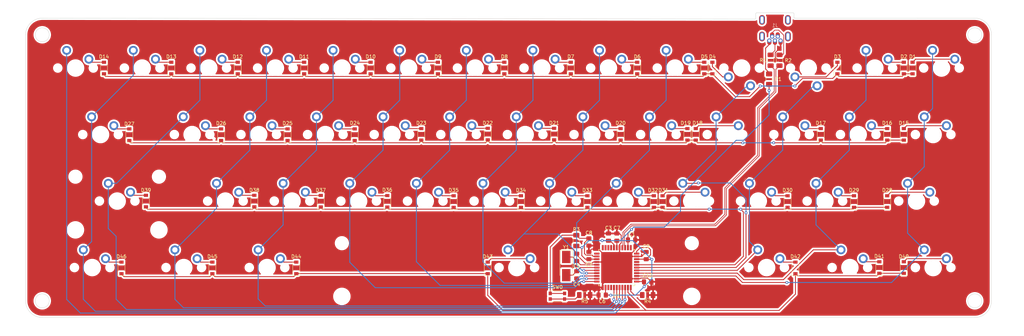
<source format=kicad_pcb>
(kicad_pcb (version 20210623) (generator pcbnew)
  (layers (0 "F.Cu" signal) (31 "B.Cu" signal) (34 "B.Paste" user) (35 "F.Paste" user) (36 "B.SilkS" user "B.Silkscreen") (37 "F.SilkS" user "F.Silkscreen") (38 "B.Mask" user) (39 "F.Mask" user) (44 "Edge.Cuts" user))
  (net 0 "")
  (net 1 "+5V")
  (net 2 "GND")
  (net 3 "Net-(C4-Pad1)")
  (net 4 "Net-(C5-Pad1)")
  (net 5 "Net-(C7-Pad1)")
  (net 6 "Row1")
  (net 7 "Net-(D1-Pad2)")
  (net 8 "Row2")
  (net 9 "Net-(D2-Pad2)")
  (net 10 "Net-(D3-Pad2)")
  (net 11 "Net-(D4-Pad2)")
  (net 12 "VCC")
  (net 13 "D+")
  (net 14 "D-")
  (net 17 "Net-(D39-Pad2)")
  (net 18 "/DP")
  (net 19 "Net-(R4-Pad2)")
  (net 20 "Col1")
  (net 21 "Col2")
  (net 29 "Net-(C8-Pad1)")
  (net 30 "Net-(R5-Pad1)")
  (net 33 "Net-(D5-Pad2)")
  (net 34 "Net-(D6-Pad2)")
  (net 35 "Net-(D7-Pad2)")
  (net 36 "Net-(D8-Pad2)")
  (net 37 "Net-(D9-Pad2)")
  (net 38 "Net-(D10-Pad2)")
  (net 39 "Net-(D11-Pad2)")
  (net 40 "Net-(D12-Pad2)")
  (net 41 "Net-(D13-Pad2)")
  (net 42 "Net-(D14-Pad2)")
  (net 43 "Net-(D15-Pad2)")
  (net 44 "Net-(D16-Pad2)")
  (net 45 "Net-(D17-Pad2)")
  (net 46 "Net-(D18-Pad2)")
  (net 47 "Net-(D19-Pad2)")
  (net 48 "Net-(D20-Pad2)")
  (net 49 "Net-(D21-Pad2)")
  (net 50 "Net-(D22-Pad2)")
  (net 51 "Net-(D23-Pad2)")
  (net 52 "Net-(D24-Pad2)")
  (net 53 "Net-(D25-Pad2)")
  (net 54 "Net-(D26-Pad2)")
  (net 55 "Net-(D27-Pad2)")
  (net 56 "Net-(D28-Pad2)")
  (net 57 "Col3")
  (net 58 "Col4")
  (net 59 "Col5")
  (net 60 "Col6")
  (net 61 "Col7")
  (net 62 "Col8")
  (net 63 "Col9")
  (net 64 "Col10")
  (net 65 "Col11")
  (net 66 "Col12")
  (net 67 "Col13")
  (net 68 "Col14")
  (net 69 "Row3")
  (net 70 "Net-(D29-Pad2)")
  (net 71 "Net-(D30-Pad2)")
  (net 72 "Net-(D31-Pad2)")
  (net 73 "Net-(D32-Pad2)")
  (net 74 "Net-(D33-Pad2)")
  (net 75 "Net-(D34-Pad2)")
  (net 76 "Net-(D35-Pad2)")
  (net 77 "Net-(D36-Pad2)")
  (net 78 "Net-(D37-Pad2)")
  (net 79 "Net-(D38-Pad2)")
  (net 80 "/DN")
  (net 81 "Row4")
  (net 82 "Net-(D40-Pad2)")
  (net 83 "Net-(D41-Pad2)")
  (net 84 "Net-(D42-Pad2)")
  (net 85 "Net-(D43-Pad2)")
  (net 86 "Net-(D44-Pad2)")
  (net 87 "Net-(D45-Pad2)")
  (net 88 "Net-(D46-Pad2)")
  (footprint "acheron_MX:MX100" (layer "F.Cu") (at 264.8775 108.6425)
    (fp_text reference "SW29")
    (fp_text value "Z")
  )
  (footprint "Diode_SMD:D_SOD-123" (layer "F.Cu") (at 101.698 108.6425 90)
    (fp_text reference "D38")
    (fp_text value "1N4148W")
  )
  (footprint "acheron_MX:MX100" (layer "F.Cu") (at 141.0525 89.5925)
    (fp_text reference "SW23")
    (fp_text value "K")
  )
  (footprint "Diode_SMD:D_SOD-123" (layer "F.Cu") (at 280.448 127.6805 90)
    (fp_text reference "D41")
    (fp_text value "1N4148W")
  )
  (footprint "acheron_MX:MX100" (layer "F.Cu") (at 226.7775 108.6425)
    (fp_text reference "SW31")
    (fp_text value "C")
  )
  (footprint "Diode_SMD:D_SOD-123" (layer "F.Cu") (at 168.448 89.44925 90)
    (fp_text reference "D22")
    (fp_text value "1N4148W")
  )
  (footprint "Diode_SMD:D_SOD-123" (layer "F.Cu") (at 158.698 108.7805 90)
    (fp_text reference "D35")
    (fp_text value "1N4148W")
  )
  (footprint "acheron_MX:MX175" (layer "F.Cu") (at 57.70875 89.5925)
    (fp_text reference "SW27")
    (fp_text value "Ent_175")
  )
  (footprint "acheron_MX:MX100" (layer "F.Cu") (at 145.815 70.5425)
    (fp_text reference "SW9")
    (fp_text value "I")
  )
  (footprint "Diode_SMD:D_SOD-123" (layer "F.Cu") (at 111.198 89.6305 90)
    (fp_text reference "D25")
    (fp_text value "1N4148W")
  )
  (footprint "Diode_SMD:D_SOD-123" (layer "F.Cu") (at 65.948 89.6305 90)
    (fp_text reference "D27")
    (fp_text value "1N4148W")
  )
  (footprint "acheron_MX:MX100" (layer "F.Cu") (at 69.615 70.5425)
    (fp_text reference "SW13")
    (fp_text value "]")
  )
  (footprint "Capacitor_SMD:C_0805_2012Metric_Pad1.18x1.45mm_HandSolder" (layer "F.Cu") (at 202.978911 118.961411 90)
    (fp_text reference "C3")
    (fp_text value "1uF")
  )
  (footprint "Resistor_SMD:R_1206_3216Metric_Pad1.30x1.75mm_HandSolder" (layer "F.Cu") (at 196.178911 135.561411)
    (fp_text reference "R5")
    (fp_text value "100")
  )
  (footprint "Diode_SMD:D_SOD-123" (layer "F.Cu") (at 58.698 70.5305 90)
    (fp_text reference "D14")
    (fp_text value "1N4148W")
  )
  (footprint "Diode_SMD:D_SOD-123" (layer "F.Cu") (at 256.448 127.7805 90)
    (fp_text reference "D42")
    (fp_text value "1N4148W")
  )
  (footprint "Diode_SMD:D_SOD-123" (layer "F.Cu") (at 230.378 70.5305 90)
    (fp_text reference "D5")
    (fp_text value "1N4148W")
  )
  (footprint "Capacitor_SMD:C_0805_2012Metric_Pad1.18x1.45mm_HandSolder" (layer "F.Cu") (at 213.76 124.2635 90)
    (fp_text reference "C9")
    (fp_text value "1uF")
  )
  (footprint "Fuse:Fuse_1206_3216Metric_Pad1.42x1.75mm_HandSolder" (layer "F.Cu") (at 248.92 73.7175 -90)
    (fp_text reference "F1")
    (fp_text value "500mA")
  )
  (footprint "Package_QFP:TQFP-44_10x10mm_P0.8mm" (layer "F.Cu") (at 205.34625 127.6925 -90)
    (fp_text reference "U1")
    (fp_text value "ATmega32U4-AU")
  )
  (footprint "Diode_SMD:D_SOD-123" (layer "F.Cu") (at 282.698 89.5305 90)
    (fp_text reference "D16")
    (fp_text value "1N4148W")
  )
  (footprint "acheron_MX:MX100" (layer "F.Cu") (at 260.115 70.5425 180)
    (fp_text reference "SW3")
    (fp_text value "W")
  )
  (footprint "Diode_SMD:D_SOD-123" (layer "F.Cu") (at 289.948 70.5305 90)
    (fp_text reference "D1")
    (fp_text value "1N4148W")
  )
  (footprint "Diode_SMD:D_SOD-123" (layer "F.Cu") (at 77.948 70.5305 90)
    (fp_text reference "D13")
    (fp_text value "1N4148W")
  )
  (footprint "Resistor_SMD:R_1206_3216Metric_Pad1.30x1.75mm_HandSolder" (layer "F.Cu") (at 214.178911 135.561411 180)
    (fp_text reference "R4")
    (fp_text value "1k")
  )
  (footprint "acheron_MX:MX100" (layer "F.Cu") (at 245.8275 108.6425)
    (fp_text reference "SW30")
    (fp_text value "X")
  )
  (footprint "Diode_SMD:D_SOD-123" (layer "F.Cu") (at 232.698 70.5305 90)
    (fp_text reference "D4")
    (fp_text value "1N4148W")
  )
  (footprint "Diode_SMD:D_SOD-123" (layer "F.Cu") (at 263.698 89.5305 90)
    (fp_text reference "D17")
    (fp_text value "1N4148W")
  )
  (footprint "acheron_MX:MX100" (layer "F.Cu") (at 179.1525 89.5925)
    (fp_text reference "SW21")
    (fp_text value "H")
  )
  (footprint "acheron_MX:MX125" (layer "F.Cu") (at 81.52125 127.6925)
    (fp_text reference "SW45")
    (fp_text value "Fn_125")
  )
  (footprint "Crystal:Crystal_SMD_5032-2Pin_5.0x3.2mm_HandSoldering" (layer "F.Cu") (at 190.899999 127.271501 -90)
    (fp_text reference "Y1")
    (fp_text value "16MHz")
  )
  (footprint "Diode_SMD:D_SOD-123" (layer "F.Cu") (at 282.698 108.7805 90)
    (fp_text reference "D28")
    (fp_text value "1N4148W")
  )
  (footprint "acheron_MX:MX100" (layer "F.Cu") (at 202.965 70.5425)
    (fp_text reference "SW6")
    (fp_text value "T")
  )
  (footprint "acheron_MX:MX100" (layer "F.Cu") (at 169.6275 108.6425)
    (fp_text reference "SW34")
    (fp_text value "N")
  )
  (footprint "Diode_SMD:D_SOD-123" (layer "F.Cu") (at 206.448 89.5305 90)
    (fp_text reference "D20")
    (fp_text value "1N4148W")
  )
  (footprint "acheron_MX:MX100" (layer "F.Cu") (at 88.665 70.5425)
    (fp_text reference "SW12")
    (fp_text value "[")
  )
  (footprint "acheron_MX:MX100" (layer "F.Cu") (at 298.215 70.5425)
    (fp_text reference "SW1")
    (fp_text value "Esc")
  )
  (footprint "Diode_SMD:D_SOD-123" (layer "F.Cu") (at 120.698 108.6805 90)
    (fp_text reference "D37")
    (fp_text value "1N4148W")
  )
  (footprint "Capacitor_SMD:C_0805_2012Metric_Pad1.18x1.45mm_HandSolder" (layer "F.Cu") (at 209.5905 119.761411)
    (fp_text reference "C1")
    (fp_text value "0.1uF")
  )
  (footprint "Diode_SMD:D_SOD-123" (layer "F.Cu") (at 187.448 89.44925 90)
    (fp_text reference "D21")
    (fp_text value "1N4148W")
  )
  (footprint "acheron_MX:MX100" (layer "F.Cu") (at 126.765 70.5425)
    (fp_text reference "SW10")
    (fp_text value "O")
  )
  (footprint "acheron_MX:MX100" (layer "F.Cu") (at 150.5775 108.6425)
    (fp_text reference "SW35")
    (fp_text value "M")
  )
  (footprint "acheron_MX:MX100" (layer "F.Cu") (at 222.015 70.5425)
    (fp_text reference "SW5")
    (fp_text value "R")
  )
  (footprint "Capacitor_SMD:C_0805_2012Metric_Pad1.18x1.45mm_HandSolder" (layer "F.Cu") (at 193.9 124.7715 90)
    (fp_text reference "C5")
    (fp_text value "22pF")
  )
  (footprint "acheron_MX:MX100" (layer "F.Cu") (at 107.715 70.5425)
    (fp_text reference "SW11")
    (fp_text value "P")
  )
  (footprint "Diode_SMD:D_SOD-123" (layer "F.Cu") (at 134.948 70.5305 90)
    (fp_text reference "D10")
    (fp_text value "1N4148W")
  )
  (footprint "Diode_SMD:D_SOD-123" (layer "F.Cu") (at 287.448 89.5305 90)
    (fp_text reference "D15")
    (fp_text value "1N4148W")
  )
  (footprint "Diode_SMD:D_SOD-123" (layer "F.Cu") (at 268.448 70.5305 90)
    (fp_text reference "D3")
    (fp_text value "1N4148W")
  )
  (footprint "acheron_MX:MX100" (layer "F.Cu") (at 183.915 70.5425)
    (fp_text reference "SW7")
    (fp_text value "Y")
  )
  (footprint "Capacitor_SMD:C_0805_2012Metric_Pad1.18x1.45mm_HandSolder" (layer "F.Cu") (at 193.9 129.7715 -90)
    (fp_text reference "C4")
    (fp_text value "22pF")
  )
  (footprint "Button_Switch_SMD:SW_Push_1P1T_NO_CK_KMR2" (layer "F.Cu") (at 188.378922 135.900008 180)
    (fp_text reference "SW0")
    (fp_text value "SW_Push")
  )
  (footprint "Diode_SMD:D_SOD-123" (layer "F.Cu") (at 215.948 108.7805 90)
    (fp_text reference "D32")
    (fp_text value "1N4148W")
  )
  (footprint "Diode_SMD:D_SOD-123" (layer "F.Cu") (at 254.198 108.7805 90)
    (fp_text reference "D30")
    (fp_text value "1N4148W")
  )
  (footprint "acheron_MX:MX100" (layer "F.Cu") (at 207.7275 108.6425)
    (fp_text reference "SW32")
    (fp_text value "V")
  )
  (footprint "Diode_SMD:D_SOD-123" (layer "F.Cu") (at 211.198 70.5305 90)
    (fp_text reference "D6")
    (fp_text value "1N4148W")
  )
  (footprint "Diode_SMD:D_SOD-123" (layer "F.Cu") (at 225.552 89.5305 90)
    (fp_text reference "D19")
    (fp_text value "1N4148W")
  )
  (footprint "Capacitor_SMD:C_0805_2012Metric_Pad1.18x1.45mm_HandSolder" (layer "F.Cu") (at 197.377 124.2635 90)
    (fp_text reference "C2")
    (fp_text value "0.1uF")
  )
  (footprint "Diode_SMD:D_SOD-123" (layer "F.Cu") (at 70.698 108.6425 90)
    (fp_text reference "D39")
    (fp_text value "1N4148W")
  )
  (footprint "Diode_SMD:D_SOD-123" (layer "F.Cu") (at 287.448 127.6805 90)
    (fp_text reference "D40")
    (fp_text value "1N4148W")
  )
  (footprint "acheron_MX:MX100" (layer "F.Cu") (at 217.2525 89.5925)
    (fp_text reference "SW19")
    (fp_text value "F")
  )
  (footprint "acheron_MX:MX175" (layer "F.Cu") (at 291.07125 108.6425)
    (fp_text reference "SW28")
    (fp_text value "LShft_175")
  )
  (footprint "Diode_SMD:D_SOD-123" (layer "F.Cu") (at 63.698 127.7805 90)
    (fp_text reference "D46")
    (fp_text value "1N4148W")
  )
  (footprint "Capacitor_SMD:C_0805_2012Metric_Pad1.18x1.45mm_HandSolder" (layer "F.Cu") (at 201.178911 135.561411 180)
    (fp_text reference "C6")
    (fp_text value "10uF")
  )
  (footprint "acheron_MX:MX125" (layer "F.Cu") (at 248.20875 127.6925)
    (fp_text reference "SW42")
    (fp_text value "LAlt_125")
  )
  (footprint "Diode_SMD:D_SOD-123" (layer "F.Cu") (at 173.198 70.5305 90)
    (fp_text reference "D8")
    (fp_text value "1N4148W")
  )
  (footprint "Diode_SMD:D_SOD-123" (layer "F.Cu") (at 92.198 89.6305 90)
    (fp_text reference "D26")
    (fp_text value "1N4148W")
  )
  (footprint "acheron_MX:MX100" (layer "F.Cu") (at 241.065 70.5425 180)
    (fp_text reference "SW4")
    (fp_text value "E")
  )
  (footprint "Diode_SMD:D_SOD-123" (layer "F.Cu") (at 227.948 89.5305 90)
    (fp_text reference "D18")
    (fp_text value "1N4148W")
  )
  (footprint "acheron_MX:MX100" (layer "F.Cu") (at 188.6775 108.6425)
    (fp_text reference "SW33")
    (fp_text value "B")
  )
  (footprint "acheron_MX:MX125" (layer "F.Cu") (at 295.83375 89.5925)
    (fp_text reference "SW15")
    (fp_text value "Tab_125")
  )
  (footprint "Diode_SMD:D_SOD-123" (layer "F.Cu") (at 168.448 127.7805 90)
    (fp_text reference "D43")
    (fp_text value "1N4148W")
  )
  (footprint "acheron_MX:MX100" (layer "F.Cu") (at 160.1025 89.5925)
    (fp_text reference "SW22")
    (fp_text value "J")
  )
  (footprint "Resistor_SMD:R_1206_3216Metric_Pad1.30x1.75mm_HandSolder" (layer "F.Cu") (at 249.3525 68.3175 90)
    (fp_text reference "R1")
    (fp_text value "22")
  )
  (footprint "acheron_MX:MX100" (layer "F.Cu") (at 122.0025 89.5925)
    (fp_text reference "SW24")
    (fp_text value "L")
  )
  (footprint "Diode_SMD:D_SOD-123" (layer "F.Cu") (at 89.698 127.7805 90)
    (fp_text reference "D45")
    (fp_text value "1N4148W")
  )
  (footprint "acheron_MX:MX150" (layer "F.Cu") (at 55.3275 127.6925)
    (fp_text reference "SW46")
    (fp_text value "RCtrl_150")
  )
  (footprint "acheron_MX:MX100" (layer "F.Cu") (at 112.4775 108.6425)
    (fp_text reference "SW37")
    (fp_text value ".")
  )
  (footprint "Capacitor_SMD:C_0805_2012Metric_Pad1.18x1.45mm_HandSolder" (layer "F.Cu") (at 197.378911 120.361411 -90)
    (fp_text reference "C8")
    (fp_text value "100nF")
  )
  (footprint "acheron_MX:MX100" (layer "F.Cu") (at 131.5275 108.6425)
    (fp_text reference "SW36")
    (fp_text value ",")
  )
  (footprint "acheron_MX:MX100" (layer "F.Cu") (at 279.165 70.5425)
    (fp_text reference "SW2")
    (fp_text value "Q")
  )
  (footprint "Diode_SMD:D_SOD-123" (layer "F.Cu") (at 139.728911 108.711411 90)
    (fp_text reference "D36")
    (fp_text value "1N4148W")
  )
  (footprint "Diode_SMD:D_SOD-123" (layer "F.Cu") (at 115.948 70.5305 90)
    (fp_text reference "D11")
    (fp_text value "1N4148W")
  )
  (footprint "acheron_MX:MX100" (layer "F.Cu") (at 198.2025 89.5925)
    (fp_text reference "SW20")
    (fp_text value "G")
  )
  (footprint "Capacitor_SMD:C_0805_2012Metric_Pad1.18x1.45mm_HandSolder" (layer "F.Cu") (at 214.178911 131.761411)
    (fp_text reference "C10")
    (fp_text value "0.1uF")
  )
  (footprint "Capacitor_SMD:C_0805_2012Metric_Pad1.18x1.45mm_HandSolder" (layer "F.Cu") (at 205.378911 118.961411 90)
    (fp_text reference "C7")
    (fp_text value "1uF")
  )
  (footprint "acheron_MX:MX125" (layer "F.Cu") (at 295.83375 127.6925)
    (fp_text reference "SW40")
    (fp_text value "LCtrl_125")
  )
  (footprint "Diode_SMD:D_SOD-123" (layer "F.Cu") (at 218.448 108.7805 90)
    (fp_text reference "D31")
    (fp_text value "1N4148W")
  )
  (footprint "acheron_MX:MX100" (layer "F.Cu") (at 102.9525 89.5925)
    (fp_text reference "SW25")
    (fp_text value ";")
  )
  (footprint "Diode_SMD:D_SOD-123" (layer "F.Cu") (at 196.948 108.7805 90)
    (fp_text reference "D33")
    (fp_text value "1N4148W")
  )
  (footprint "acheron_MX:MX225" (layer "F.Cu") (at 62.47125 108.6425)
    (fp_text reference "SW39")
    (fp_text value "RShft_225")
  )
  (footprint "Diode_SMD:D_SOD-123" (layer "F.Cu") (at 192.198 70.5305 90)
    (fp_text reference "D7")
    (fp_text value "1N4148W")
  )
  (footprint "Diode_SMD:D_SOD-123" (layer "F.Cu") (at 177.948 108.7805 90)
    (fp_text reference "D34")
    (fp_text value "1N4148W")
  )
  (footprint "acheron_MX:MX100" (layer "F.Cu") (at 50.565 70.5425)
    (fp_text reference "SW14")
    (fp_text value "Bsp")
  )
  (footprint "acheron_MX:MX625" (layer "F.Cu") (at 176.77125 127.6925)
    (fp_text reference "SW43")
    (fp_text value "Space_625")
  )
  (footprint "acheron_MX:MX100" (layer "F.Cu") (at 164.865 70.5425)
    (fp_text reference "SW8")
    (fp_text value "U")
  )
  (footprint "acheron_MX:MX125" (layer "F.Cu") (at 272.02125 127.6925)
    (fp_text reference "SW41")
    (fp_text value "Win_125")
  )
  (footprint "acheron_MX:MX125" (layer "F.Cu") (at 105.33375 127.6925)
    (fp_text reference "SW44")
    (fp_text value "RAlt_125")
  )
  (footprint "Diode_SMD:D_SOD-123" (layer "F.Cu") (at 130.398 89.6305 90)
    (fp_text reference "D24")
    (fp_text value "1N4148W")
  )
  (footprint "acheron_MX:MX100" (layer "F.Cu") (at 93.4275 108.6425)
    (fp_text reference "SW38")
    (fp_text value "/")
  )
  (footprint "Resistor_SMD:R_1206_3216Metric_Pad1.30x1.75mm_HandSolder" (layer "F.Cu") (at 251.8775 68.3175 90)
    (fp_text reference "R2")
    (fp_text value "22")
  )
  (footprint "Diode_SMD:D_SOD-123" (layer "F.Cu") (at 154.198 70.5305 90)
    (fp_text reference "D9")
    (fp_text value "1N4148W")
  )
  (footprint "Diode_SMD:D_SOD-123" (layer "F.Cu") (at 113.698 127.7805 90)
    (fp_text reference "D44")
    (fp_text value "1N4148W")
  )
  (footprint "Diode_SMD:D_SOD-123" (layer "F.Cu") (at 96.948 70.5305 90)
    (fp_text reference "D12")
    (fp_text value "1N4148W")
  )
  (footprint "acheron_MX:MX100" (layer "F.Cu") (at 255.3525 89.5925)
    (fp_text reference "SW17")
    (fp_text value "S")
  )
  (footprint "Diode_SMD:D_SOD-123" (layer "F.Cu") (at 149.448 89.5305 90)
    (fp_text reference "D23")
    (fp_text value "1N4148W")
  )
  (footprint "acheron_MX:MX100" (layer "F.Cu") (at 274.4025 89.5925)
    (fp_text reference "SW16")
    (fp_text value "A")
  )
  (footprint "Resistor_SMD:R_1206_3216Metric_Pad1.30x1.75mm_HandSolder" (layer "F.Cu") (at 193.778911 119.961411 90)
    (fp_text reference "R3")
    (fp_text value "10k")
  )
  (footprint "Diode_SMD:D_SOD-123" (layer "F.Cu") (at 287.448 70.5305 90)
    (fp_text reference "D2")
    (fp_text value "1N4148W")
  )
  (footprint "acheron_MX:MX100" (layer "F.Cu") (at 83.9025 89.5925)
    (fp_text reference "SW26")
    (fp_text value "'")
  )
  (footprint "acheron_MX:MX100" (layer "F.Cu") (at 236.3025 89.5925)
    (fp_text reference "SW18")
    (fp_text value "D")
  )
  (footprint "Diode_SMD:D_SOD-123" (layer "F.Cu") (at 273.198 108.7805 90)
    (fp_text reference "D29")
    (fp_text value "1N4148W")
  )
  (footprint "acheron_Connectors:USB_MiniB_XM7D-0512" (layer "B.Cu") (at 250.589999 61.500004)
    (fp_text reference "J1")
    (fp_text value "USB_B_Mini")
  )
  (gr_arc (start 245.364 54.991) (end 245.11 54.991) (angle 90) (layer "Edge.Cuts") (width 0.1))
  (gr_line (start 244.856 56.515) (end 41.04 56.255) (layer "Edge.Cuts") (width 0.1))
  (gr_arc (start 41.04 61.0175) (end 36.2775 61.0175) (angle 90) (layer "Edge.Cuts") (width 0.1))
  (gr_circle (center 307.74 137.2175) (end 309.74 137.2175) (layer "Edge.Cuts") (width 0.1) (fill none))
  (gr_circle (center 41.04 61.0175) (end 43.04 61.0175) (layer "Edge.Cuts") (width 0.1) (fill none))
  (gr_arc (start 307.74 137.2175) (end 312.5025 137.2175) (angle 90) (layer "Edge.Cuts") (width 0.1))
  (gr_line (start 36.2775 137.2175) (end 36.2775 61.0175) (layer "Edge.Cuts") (width 0.1))
  (gr_arc (start 41.04 137.2175) (end 36.2775 137.2175) (angle -90) (layer "Edge.Cuts") (width 0.1))
  (gr_arc (start 255.778 54.991) (end 256.032 54.991) (angle -90) (layer "Edge.Cuts") (width 0.1))
  (gr_line (start 307.74 141.98) (end 41.04 141.98) (layer "Edge.Cuts") (width 0.1))
  (gr_circle (center 307.74 61.0175) (end 309.74 61.0175) (layer "Edge.Cuts") (width 0.1) (fill none))
  (gr_circle (center 90.17 90.805) (end 90.17 90.805) (layer "Edge.Cuts") (width 0.1) (fill none))
  (gr_line (start 307.74 56.255) (end 256.286 56.261) (layer "Edge.Cuts") (width 0.1))
  (gr_line (start 245.364 54.737) (end 255.778 54.737) (layer "Edge.Cuts") (width 0.1))
  (gr_line (start 312.5025 137.2175) (end 312.5025 61.0175) (layer "Edge.Cuts") (width 0.1))
  (gr_line (start 256.032 54.991) (end 256.032 56.007) (layer "Edge.Cuts") (width 0.1))
  (gr_arc (start 307.74 61.0175) (end 312.5025 61.0175) (angle -90) (layer "Edge.Cuts") (width 0.1))
  (gr_arc (start 256.286 56.007) (end 256.032 56.007) (angle -90) (layer "Edge.Cuts") (width 0.1))
  (gr_circle (center 41.04 137.2175) (end 43.04 137.2175) (layer "Edge.Cuts") (width 0.1) (fill none))
  (gr_arc (start 244.856 56.261) (end 245.11 56.261) (angle 90) (layer "Edge.Cuts") (width 0.1))
  (gr_line (start 245.11 56.261) (end 245.11 54.991) (layer "Edge.Cuts") (width 0.1))
  (segment (start 195.378911 121.961411) (end 195.345 121.995322) (width 0.254) (layer "F.Cu") (net 1))
  (segment (start 214.395 121.9775) (end 215.03 122.6125) (width 0.254) (layer "F.Cu") (net 1))
  (segment (start 208.54625 119.19025) (end 208.54625 121.9925) (width 0.254) (layer "F.Cu") (net 1))
  (segment (start 195.345 121.995322) (end 195.345 124.2635) (width 0.254) (layer "F.Cu") (net 1))
  (segment (start 213.528772 125.301) (end 213.76 125.301) (width 0.254) (layer "F.Cu") (net 1))
  (segment (start 203.561411 135.561411) (end 203.6 135.6) (width 0.25) (layer "F.Cu") (net 1))
  (segment (start 215.03 122.6125) (end 215.03 124.031) (width 0.254) (layer "F.Cu") (net 1))
  (segment (start 211.04625 123.6925) (end 211.04625 123.04025) (width 0.254) (layer "F.Cu") (net 1))
  (segment (start 211.04625 123.04025) (end 212.109 121.9775) (width 0.254) (layer "F.Cu") (net 1))
  (segment (start 202.14625 133.3925) (end 202.14625 135.74225) (width 0.254) (layer "F.Cu") (net 1))
  (segment (start 201.216411 119.998911) (end 201.178911 119.961411) (width 0.254) (layer "F.Cu") (net 1))
  (segment (start 212.109 121.9775) (end 214.395 121.9775) (width 0.254) (layer "F.Cu") (net 1))
  (segment (start 213.820411 125.361411) (end 213.76 125.301) (width 0.254) (layer "F.Cu") (net 1))
  (segment (start 202.978911 119.998911) (end 201.216411 119.998911) (width 0.254) (layer "F.Cu") (net 1))
  (segment (start 208.553 119.1835) (end 208.54625 119.19025) (width 0.254) (layer "F.Cu") (net 1))
  (segment (start 213.141411 133.123911) (end 213.178911 133.161411) (width 0.254) (layer "F.Cu") (net 1))
  (segment (start 203.426683 119.998911) (end 204.54625 121.118478) (width 0.254) (layer "F.Cu") (net 1))
  (segment (start 195.378911 121.961411) (end 194.228911 121.961411) (width 0.254) (layer "F.Cu") (net 1))
  (segment (start 208.553 117.7865) (end 208.553 119.1835) (width 0.254) (layer "F.Cu") (net 1))
  (segment (start 215.378911 125.361411) (end 213.820411 125.361411) (width 0.254) (layer "F.Cu") (net 1))
  (segment (start 202.978911 119.998911) (end 203.426683 119.998911) (width 0.254) (layer "F.Cu") (net 1))
  (segment (start 211.04625 131.6925) (end 213.1665 131.6925) (width 0.25) (layer "F.Cu") (net 1))
  (segment (start 213.0905 125.2925) (end 213.1035 125.2795) (width 0.25) (layer "F.Cu") (net 1))
  (segment (start 209.569 116.7705) (end 208.553 117.7865) (width 0.254) (layer "F.Cu") (net 1))
  (segment (start 211.04625 125.2925) (end 213.0905 125.2925) (width 0.25) (layer "F.Cu") (net 1))
  (segment (start 213.141411 131.761411) (end 213.141411 133.123911) (width 0.254) (layer "F.Cu") (net 1))
  (segment (start 197.2585 125.2925) (end 199.64625 125.2925) (width 0.254) (layer "F.Cu") (net 1))
  (segment (start 202.14625 135.74225) (end 202.2245 135.8205) (width 0.254) (layer "F.Cu") (net 1))
  (segment (start 204.54625 121.118478) (end 204.54625 121.9925) (width 0.254) (layer "F.Cu") (net 1))
  (segment (start 196.3825 125.301) (end 197.25 125.301) (width 0.254) (layer "F.Cu") (net 1))
  (segment (start 202.216411 135.561411) (end 203.561411 135.561411) (width 0.25) (layer "F.Cu") (net 1))
  (segment (start 197.25 125.301) (end 197.2585 125.2925) (width 0.254) (layer "F.Cu") (net 1))
  (segment (start 194.228911 121.961411) (end 193.778911 121.511411) (width 0.254) (layer "F.Cu") (net 1))
  (segment (start 248.92 75.205) (end 248.92 76.962) (width 0.25) (layer "F.Cu") (net 1))
  (segment (start 215.03 124.031) (end 213.76 125.301) (width 0.254) (layer "F.Cu") (net 1))
  (segment (start 195.345 124.2635) (end 196.3825 125.301) (width 0.254) (layer "F.Cu") (net 1))
  (via (at 195.378911 121.961411) (size 0.8) (drill 0.4) (layers "F.Cu" "B.Cu") (net 1))
  (via (at 248.92 76.962) (size 0.8) (drill 0.4) (layers "F.Cu" "B.Cu") (net 1))
  (via (at 213.178911 133.161411) (size 0.8) (drill 0.4) (layers "F.Cu" "B.Cu") (net 1))
  (via (at 201.178911 119.961411) (size 0.8) (drill 0.4) (layers "F.Cu" "B.Cu") (net 1))
  (via (at 203.6 135.6) (size 0.8) (drill 0.4) (layers "F.Cu" "B.Cu") (net 1))
  (via (at 209.569 116.7705) (size 0.8) (drill 0.4) (layers "F.Cu" "B.Cu") (net 1))
  (via (at 215.378911 125.361411) (size 0.8) (drill 0.4) (layers "F.Cu" "B.Cu") (net 1))
  (segment (start 248.92 83.994743) (end 248.92 76.962) (width 0.254) (layer "B.Cu") (net 1))
  (segment (start 210.740322 135.6) (end 213.178911 133.161411) (width 0.25) (layer "B.Cu") (net 1))
  (segment (start 209.978911 119.961411) (end 206.378089 119.961411) (width 0.254) (layer "B.Cu") (net 1))
  (segment (start 215.378911 130.961411) (end 215.378911 125.361411) (width 0.254) (layer "B.Cu") (net 1))
  (segment (start 218.953 116.1355) (end 223.578911 111.509589) (width 0.254) (layer "B.Cu") (net 1))
  (segment (start 209.569 116.7705) (end 210.204 116.1355) (width 0.254) (layer "B.Cu") (net 1))
  (segment (start 206.378089 119.961411) (end 209.569 116.7705) (width 0.254) (layer "B.Cu") (net 1))
  (segment (start 213.178911 133.161411) (end 215.378911 130.961411) (width 0.254) (layer "B.Cu") (net 1))
  (segment (start 197.378911 119.961411) (end 201.178911 119.961411) (width 0.254) (layer "B.Cu") (net 1))
  (segment (start 239.505422 91.2349) (end 241.679843 91.2349) (width 0.254) (layer "B.Cu") (net 1))
  (segment (start 241.679843 91.2349) (end 248.92 83.994743) (width 0.254) (layer "B.Cu") (net 1))
  (segment (start 195.378911 121.961411) (end 197.378911 119.961411) (width 0.254) (layer "B.Cu") (net 1))
  (segment (start 201.178911 119.961411) (end 206.378089 119.961411) (width 0.254) (layer "B.Cu") (net 1))
  (segment (start 223.578911 107.161411) (end 239.505422 91.2349) (width 0.254) (layer "B.Cu") (net 1))
  (segment (start 215.378911 125.361411) (end 209.978911 119.961411) (width 0.254) (layer "B.Cu") (net 1))
  (segment (start 248.92 76.962) (end 249.025411 76.856589) (width 0.254) (layer "B.Cu") (net 1))
  (segment (start 203.6 135.6) (end 210.740322 135.6) (width 0.25) (layer "B.Cu") (net 1))
  (segment (start 223.578911 111.509589) (end 223.578911 107.161411) (width 0.254) (layer "B.Cu") (net 1))
  (segment (start 210.204 116.1355) (end 218.953 116.1355) (width 0.254) (layer "B.Cu") (net 1))
  (segment (start 252.19 64.614616) (end 252.19 63) (width 0.254) (layer "F.Cu") (net 2))
  (segment (start 235.35 117.6595) (end 239.033 113.9765) (width 0.254) (layer "F.Cu") (net 2))
  (segment (start 239.033 105.56202) (end 241.690989 102.904031) (width 0.254) (layer "F.Cu") (net 2))
  (segment (start 215.216411 131.761411) (end 215.200411 131.761411) (width 0.254) (layer "F.Cu") (net 2))
  (segment (start 253.638 68.639572) (end 251.909188 68.639572) (width 0.254) (layer "F.Cu") (net 2))
  (segment (start 193.9 123.734) (end 193.9 124.05) (width 0.254) (layer "F.Cu") (net 2))
  (segment (start 206.016411 121.862661) (end 206.14625 121.9925) (width 0.254) (layer "F.Cu") (net 2))
  (segment (start 206.629 120.631728) (end 206.14625 121.114478) (width 0.254) (layer "F.Cu") (net 2))
  (segment (start 197.378911 121.398911) (end 197.378911 123.224089) (width 0.254) (layer "F.Cu") (net 2))
  (segment (start 189.484 122.174) (end 188.487 123.171) (width 0.254) (layer "F.Cu") (net 2))
  (segment (start 193.9 123.542) (end 192.532 122.174) (width 0.254) (layer "F.Cu") (net 2))
  (segment (start 199.525686 126.213064) (end 199.64625 126.0925) (width 0.254) (layer "F.Cu") (net 2))
  (segment (start 212.062 117.6595) (end 235.35 117.6595) (width 0.254) (layer "F.Cu") (net 2))
  (segment (start 215.728911 132.273911) (end 215.216411 131.761411) (width 0.254) (layer "F.Cu") (net 2))
  (segment (start 214.164847 130.709847) (end 215.216411 131.761411) (width 0.254) (layer "F.Cu") (net 2))
  (segment (start 241.690989 102.901202) (end 248.558 96.034191) (width 0.254) (layer "F.Cu") (net 2))
  (segment (start 212.190153 130.709847) (end 214.164847 130.709847) (width 0.254) (layer "F.Cu") (net 2))
  (segment (start 207.4735 129.28) (end 209.086 130.8925) (width 0.254) (layer "F.Cu") (net 2))
  (segment (start 209.086 130.8925) (end 211.04625 130.8925) (width 0.254) (layer "F.Cu") (net 2))
  (segment (start 212.0075 130.8925) (end 212.190153 130.709847) (width 0.254) (layer "F.Cu") (net 2))
  (segment (start 248.558 82.7345) (end 253.638 77.6545) (width 0.254) (layer "F.Cu") (net 2))
  (segment (start 248.558 96.034191) (end 248.558 82.7345) (width 0.254) (layer "F.Cu") (net 2))
  (segment (start 206.103911 117.923911) (end 206.629 118.449) (width 0.254) (layer "F.Cu") (net 2))
  (segment (start 208.705 124.4925) (end 210.628 122.5695) (width 0.254) (layer "F.Cu") (net 2))
  (segment (start 250.675936 66.12868) (end 252.19 64.614616) (width 0.254) (layer "F.Cu") (net 2))
  (segment (start 192.532 122.174) (end 189.484 122.174) (width 0.254) (layer "F.Cu") (net 2))
  (segment (start 198.29377 126.44098) (end 198.64225 126.0925) (width 0.254) (layer "F.Cu") (net 2))
  (segment (start 211.04625 130.8925) (end 212.0075 130.8925) (width 0.254) (layer "F.Cu") (net 2))
  (segment (start 206.14625 123.36825) (end 206.14625 127.95275) (width 0.254) (layer "F.Cu") (net 2))
  (segment (start 200.152 122.428) (end 203.8165 126.0925) (width 0.254) (layer "F.Cu") (net 2))
  (segment (start 210.628 122.5695) (end 210.628 119.0935) (width 0.254) (layer "F.Cu") (net 2))
  (segment (start 204.45875 129.28) (end 207.4735 129.28) (width 0.254) (layer "F.Cu") (net 2))
  (segment (start 206.629 118.449) (end 206.629 120.631728) (width 0.254) (layer "F.Cu") (net 2))
  (segment (start 201.34625 133.3925) (end 201.34625 132.3925) (width 0.254) (layer "F.Cu") (net 2))
  (segment (start 253.638 77.6545) (end 253.638 68.639572) (width 0.254) (layer "F.Cu") (net 2))
  (segment (start 206.14625 121.114478) (end 206.14625 121.9925) (width 0.254) (layer "F.Cu") (net 2))
  (segment (start 204.286 126.0925) (end 207.4735 129.28) (width 0.254) (layer "F.Cu") (net 2))
  (segment (start 189.23 132.334) (end 188.487 131.591) (width 0.25) (layer "F.Cu") (net 2))
  (segment (start 210.628 119.0935) (end 212.062 117.6595) (width 0.254) (layer "F.Cu") (net 2))
  (segment (start 193.9 131.22) (end 192.786 132.334) (width 0.25) (layer "F.Cu") (net 2))
  (segment (start 193.9 124.05) (end 196.29098 126.44098) (width 0.254) (layer "F.Cu") (net 2))
  (segment (start 213.76 123.226) (end 212.4935 124.4925) (width 0.254) (layer "F.Cu") (net 2))
  (segment (start 206.14625 121.9925) (end 206.14625 123.36825) (width 0.254) (layer "F.Cu") (net 2))
  (segment (start 188.487 123.171) (end 188.487 131.1215) (width 0.254) (layer "F.Cu") (net 2))
  (segment (start 193.9 130.809) (end 193.9 131.22) (width 0.25) (layer "F.Cu") (net 2))
  (segment (start 200.1495 134.58925) (end 201.34625 133.3925) (width 0.254) (layer "F.Cu") (net 2))
  (segment (start 198.12 122.428) (end 200.152 122.428) (width 0.254) (layer "F.Cu") (net 2))
  (segment (start 197.377 123.171) (end 198.12 122.428) (width 0.254) (layer "F.Cu") (net 2))
  (segment (start 251.909188 68.639572) (end 250.675936 67.40632) (width 0.254) (layer "F.Cu") (net 2))
  (segment (start 193.9 123.734) (end 193.9 123.542) (width 0.254) (layer "F.Cu") (net 2))
  (segment (start 239.033 113.9765) (end 239.033 105.56202) (width 0.254) (layer "F.Cu") (net 2))
  (segment (start 205.378911 117.923911) (end 202.978911 117.923911) (width 0.254) (layer "F.Cu") (net 2))
  (segment (start 205.378911 117.923911) (end 206.103911 117.923911) (width 0.254) (layer "F.Cu") (net 2))
  (segment (start 197.728911 135.561411) (end 200.141411 135.561411) (width 0.254) (layer "F.Cu") (net 2))
  (segment (start 198.64225 126.0925) (end 204.286 126.0925) (width 0.254) (layer "F.Cu") (net 2))
  (segment (start 192.786 132.334) (end 189.23 132.334) (width 0.25) (layer "F.Cu") (net 2))
  (segment (start 201.34625 132.3925) (end 204.45875 129.28) (width 0.254) (layer "F.Cu") (net 2))
  (segment (start 215.728911 135.561411) (end 215.728911 132.273911) (width 0.254) (layer "F.Cu") (net 2))
  (segment (start 241.690989 102.904031) (end 241.690989 102.901202) (width 0.254) (layer "F.Cu") (net 2))
  (segment (start 250.675936 67.40632) (end 250.675936 66.12868) (width 0.254) (layer "F.Cu") (net 2))
  (segment (start 200.1495 135.8205) (end 200.1495 134.58925) (width 0.254) (layer "F.Cu") (net 2))
  (segment (start 196.29098 126.44098) (end 198.29377 126.44098) (width 0.254) (layer "F.Cu") (net 2))
  (segment (start 197.378911 123.224089) (end 197.377 123.226) (width 0.254) (layer "F.Cu") (net 2))
  (segment (start 197.377 123.226) (end 197.377 123.171) (width 0.254) (layer "F.Cu") (net 2))
  (segment (start 188.487 131.591) (end 188.487 131.1215) (width 0.25) (layer "F.Cu") (net 2))
  (segment (start 207.2705 124.4925) (end 212.4935 124.4925) (width 0.254) (layer "F.Cu") (net 2))
  (segment (start 207.2705 124.4925) (end 206.14625 123.36825) (width 0.254) (layer "F.Cu") (net 2))
  (segment (start 194.9415 127.6925) (end 200.10625 127.6925) (width 0.25) (layer "F.Cu") (net 3))
  (segment (start 193.9 128.734) (end 194.9415 127.6925) (width 0.25) (layer "F.Cu") (net 3))
  (segment (start 190.9 129.8715) (end 192.7625 129.8715) (width 0.25) (layer "F.Cu") (net 3))
  (segment (start 192.7625 129.8715) (end 193.9 128.734) (width 0.25) (layer "F.Cu") (net 3))
  (segment (start 193.9 125.809) (end 194.9835 126.8925) (width 0.25) (layer "F.Cu") (net 4))
  (segment (start 192.7625 124.6715) (end 193.9 125.809) (width 0.25) (layer "F.Cu") (net 4))
  (segment (start 190.9 124.6715) (end 192.7625 124.6715) (width 0.25) (layer "F.Cu") (net 4))
  (segment (start 194.9835 126.8925) (end 200.10625 126.8925) (width 0.25) (layer "F.Cu") (net 4))
  (segment (start 205.378911 121.959839) (end 205.34625 121.9925) (width 0.25) (layer "F.Cu") (net 5))
  (segment (start 205.378911 119.998911) (end 205.378911 121.959839) (width 0.25) (layer "F.Cu") (net 5))
  (segment (start 77.948 72.4805) (end 78.428911 72.961411) (width 0.25) (layer "F.Cu") (net 6))
  (segment (start 58.698 72.4805) (end 59.178911 72.961411) (width 0.25) (layer "F.Cu") (net 6))
  (segment (start 192.678911 72.961411) (end 210.717089 72.961411) (width 0.25) (layer "F.Cu") (net 6))
  (segment (start 173.198 72.4805) (end 173.678911 72.961411) (width 0.25) (layer "F.Cu") (net 6))
  (segment (start 230.448 72.1805) (end 232.698 72.1805) (width 0.25) (layer "F.Cu") (net 6))
  (segment (start 134.467089 72.961411) (end 134.948 72.4805) (width 0.25) (layer "F.Cu") (net 6))
  (segment (start 96.467089 72.961411) (end 96.948 72.4805) (width 0.25) (layer "F.Cu") (net 6))
  (segment (start 286.967089 72.961411) (end 268.928911 72.961411) (width 0.25) (layer "F.Cu") (net 6))
  (segment (start 135.428911 72.961411) (end 153.717089 72.961411) (width 0.25) (layer "F.Cu") (net 6))
  (segment (start 78.428911 72.961411) (end 96.467089 72.961411) (width 0.25) (layer "F.Cu") (net 6))
  (segment (start 268.928911 72.961411) (end 268.448 72.4805) (width 0.25) (layer "F.Cu") (net 6))
  (segment (start 229.967089 72.961411) (end 230.448 72.4805) (width 0.25) (layer "F.Cu") (net 6))
  (segment (start 153.717089 72.961411) (end 154.198 72.4805) (width 0.25) (layer "F.Cu") (net 6))
  (segment (start 59.178911 72.961411) (end 77.467089 72.961411) (width 0.25) (layer "F.Cu") (net 6))
  (segment (start 210.717089 72.961411) (end 211.198 72.4805) (width 0.25) (layer "F.Cu") (net 6))
  (segment (start 246.38 75.692) (end 243.332 78.74) (width 0.25) (layer "F.Cu") (net 6))
  (segment (start 258.44598 73.53202) (end 256.286 75.692) (width 0.25) (layer "F.Cu") (net 6))
  (segment (start 154.198 72.4805) (end 154.678911 72.961411) (width 0.25) (layer "F.Cu") (net 6))
  (segment (start 243.332 78.74) (end 239.2575 78.74) (width 0.25) (layer "F.Cu") (net 6))
  (segment (start 239.2575 78.74) (end 232.698 72.1805) (width 0.25) (layer "F.Cu") (net 6))
  (segment (start 191.717089 72.961411) (end 192.198 72.4805) (width 0.25) (layer "F.Cu") (net 6))
  (segment (start 96.948 72.4805) (end 97.428911 72.961411) (width 0.25) (layer "F.Cu") (net 6))
  (segment (start 211.678911 72.961411) (end 229.967089 72.961411) (width 0.25) (layer "F.Cu") (net 6))
  (segment (start 134.948 72.4805) (end 135.428911 72.961411) (width 0.25) (layer "F.Cu") (net 6))
  (segment (start 77.467089 72.961411) (end 77.948 72.4805) (width 0.25) (layer "F.Cu") (net 6))
  (segment (start 211.198 72.4805) (end 211.678911 72.961411) (width 0.25) (layer "F.Cu") (net 6))
  (segment (start 192.198 72.4805) (end 192.678911 72.961411) (width 0.25) (layer "F.Cu") (net 6))
  (segment (start 115.948 72.4805) (end 116.428911 72.961411) (width 0.25) (layer "F.Cu") (net 6))
  (segment (start 116.428911 72.961411) (end 134.467089 72.961411) (width 0.25) (layer "F.Cu") (net 6))
  (segment (start 172.717089 72.961411) (end 173.198 72.4805) (width 0.25) (layer "F.Cu") (net 6))
  (segment (start 154.678911 72.961411) (end 172.717089 72.961411) (width 0.25) (layer "F.Cu") (net 6))
  (segment (start 173.678911 72.961411) (end 191.717089 72.961411) (width 0.25) (layer "F.Cu") (net 6))
  (segment (start 268.448 72.1805) (end 267.09648 73.53202) (width 0.25) (layer "F.Cu") (net 6))
  (segment (start 287.448 72.1805) (end 289.948 72.1805) (width 0.25) (layer "F.Cu") (net 6))
  (segment (start 115.467089 72.961411) (end 115.948 72.4805) (width 0.25) (layer "F.Cu") (net 6))
  (segment (start 97.428911 72.961411) (end 115.467089 72.961411) (width 0.25) (layer "F.Cu") (net 6))
  (segment (start 287.448 72.4805) (end 286.967089 72.961411) (width 0.25) (layer "F.Cu") (net 6))
  (segment (start 267.09648 73.53202) (end 258.44598 73.53202) (width 0.25) (layer "F.Cu") (net 6))
  (via (at 246.38 75.692) (size 0.8) (drill 0.4) (layers "F.Cu" "B.Cu") (net 6))
  (via (at 256.286 75.692) (size 0.8) (drill 0.4) (layers "F.Cu" "B.Cu") (net 6))
  (segment (start 256.286 75.692) (end 246.38 75.692) (width 0.25) (layer "B.Cu") (net 6))
  (segment (start 290.826 68.0025) (end 302.025 68.0025) (width 0.25) (layer "F.Cu") (net 7))
  (segment (start 289.948 68.8805) (end 290.826 68.0025) (width 0.25) (layer "F.Cu") (net 7))
  (segment (start 111.628911 91.961411) (end 129.967089 91.961411) (width 0.25) (layer "F.Cu") (net 8))
  (segment (start 92.628911 91.961411) (end 110.767089 91.961411) (width 0.25) (layer "F.Cu") (net 8))
  (segment (start 186.835839 91.961411) (end 187.448 91.34925) (width 0.25) (layer "F.Cu") (net 8))
  (segment (start 111.198 91.5305) (end 111.628911 91.961411) (width 0.25) (layer "F.Cu") (net 8))
  (segment (start 206.448 91.4305) (end 206.978911 91.961411) (width 0.25) (layer "F.Cu") (net 8))
  (segment (start 149.978911 91.961411) (end 167.835839 91.961411) (width 0.25) (layer "F.Cu") (net 8))
  (segment (start 263.167089 91.961411) (end 263.698 91.4305) (width 0.25) (layer "F.Cu") (net 8))
  (segment (start 188.060161 91.961411) (end 205.917089 91.961411) (width 0.25) (layer "F.Cu") (net 8))
  (segment (start 206.978911 91.961411) (end 225.167089 91.961411) (width 0.25) (layer "F.Cu") (net 8))
  (segment (start 228.478911 91.961411) (end 227.948 91.4305) (width 0.25) (layer "F.Cu") (net 8))
  (segment (start 66.378911 91.961411) (end 91.767089 91.961411) (width 0.25) (layer "F.Cu") (net 8))
  (segment (start 167.835839 91.961411) (end 168.448 91.34925) (width 0.25) (layer "F.Cu") (net 8))
  (segment (start 130.828911 91.961411) (end 148.917089 91.961411) (width 0.25) (layer "F.Cu") (net 8))
  (segment (start 92.198 91.5305) (end 92.628911 91.961411) (width 0.25) (layer "F.Cu") (net 8))
  (segment (start 205.917089 91.961411) (end 206.448 91.4305) (width 0.25) (layer "F.Cu") (net 8))
  (segment (start 169.060161 91.961411) (end 186.835839 91.961411) (width 0.25) (layer "F.Cu") (net 8))
  (segment (start 264.228911 91.961411) (end 282.167089 91.961411) (width 0.25) (layer "F.Cu") (net 8))
  (segment (start 282.167089 91.961411) (end 282.698 91.4305) (width 0.25) (layer "F.Cu") (net 8))
  (segment (start 250.454313 91.961411) (end 263.167089 91.961411) (width 0.25) (layer "F.Cu") (net 8))
  (segment (start 168.448 91.34925) (end 169.060161 91.961411) (width 0.25) (layer "F.Cu") (net 8))
  (segment (start 110.767089 91.961411) (end 111.198 91.5305) (width 0.25) (layer "F.Cu") (net 8))
  (segment (start 225.698 91.1805) (end 227.948 91.1805) (width 0.25) (layer "F.Cu") (net 8))
  (segment (start 129.967089 91.961411) (end 130.398 91.5305) (width 0.25) (layer "F.Cu") (net 8))
  (segment (start 187.448 91.34925) (end 188.060161 91.961411) (width 0.25) (layer "F.Cu") (net 8))
  (segment (start 282.698 91.1805) (end 287.448 91.1805) (width 0.25) (layer "F.Cu") (net 8))
  (segment (start 148.917089 91.961411) (end 149.448 91.4305) (width 0.25) (layer "F.Cu") (net 8))
  (segment (start 65.948 91.5305) (end 66.378911 91.961411) (width 0.25) (layer "F.Cu") (net 8))
  (segment (start 263.698 91.4305) (end 264.228911 91.961411) (width 0.25) (layer "F.Cu") (net 8))
  (segment (start 149.448 91.4305) (end 149.978911 91.961411) (width 0.25) (layer "F.Cu") (net 8))
  (segment (start 91.767089 91.961411) (end 92.198 91.5305) (width 0.25) (layer "F.Cu") (net 8))
  (segment (start 225.167089 91.961411) (end 225.698 91.4305) (width 0.25) (layer "F.Cu") (net 8))
  (segment (start 241.378911 91.961411) (end 228.478911 91.961411) (width 0.25) (layer "F.Cu") (net 8))
  (segment (start 250.216612 92.199112) (end 250.454313 91.961411) (width 0.25) (layer "F.Cu") (net 8))
  (segment (start 130.398 91.5305) (end 130.828911 91.961411) (width 0.25) (layer "F.Cu") (net 8))
  (via (at 241.378911 91.961411) (size 0.8) (drill 0.4) (layers "F.Cu" "B.Cu") (net 8))
  (via (at 250.216612 91.949112) (size 0.8) (drill 0.4) (layers "F.Cu" "B.Cu") (net 8))
  (segment (start 241.378911 91.961411) (end 250.204313 91.961411) (width 0.25) (layer "B.Cu") (net 8))
  (segment (start 250.204313 91.961411) (end 250.216612 91.949112) (width 0.25) (layer "B.Cu") (net 8))
  (segment (start 287.448 68.8805) (end 283.853 68.8805) (width 0.25) (layer "F.Cu") (net 9))
  (segment (start 283.853 68.8805) (end 282.975 68.0025) (width 0.25) (layer "F.Cu") (net 9))
  (segment (start 268.448 69.88) (end 265.2455 73.0825) (width 0.25) (layer "F.Cu") (net 10))
  (segment (start 268.448 68.8805) (end 268.448 69.88) (width 0.25) (layer "F.Cu") (net 10))
  (segment (start 265.2455 73.0825) (end 256.305 73.0825) (width 0.25) (layer "F.Cu") (net 10))
  (segment (start 235.6425 73.0825) (end 237.255 73.0825) (width 0.25) (layer "F.Cu") (net 11))
  (segment (start 232.698 68.8805) (end 232.698 70.138) (width 0.25) (layer "F.Cu") (net 11))
  (segment (start 232.698 70.138) (end 235.6425 73.0825) (width 0.25) (layer "F.Cu") (net 11))
  (segment (start 247.923 64.8405) (end 248.99 63.7735) (width 0.25) (layer "F.Cu") (net 12))
  (segment (start 247.923 70.833) (end 247.923 64.8405) (width 0.25) (layer "F.Cu") (net 12))
  (segment (start 249.32 72.23) (end 247.923 70.833) (width 0.25) (layer "F.Cu") (net 12))
  (segment (start 250.59 65.53) (end 250.59 63.7735) (width 0.2) (layer "F.Cu") (net 13))
  (segment (start 249.3525 66.7675) (end 250.59 65.53) (width 0.2) (layer "F.Cu") (net 13))
  (segment (start 250.547472 59.69) (end 249.79 60.447472) (width 0.2) (layer "F.Cu") (net 14))
  (segment (start 253.08952 61.123407) (end 251.656113 59.69) (width 0.2) (layer "F.Cu") (net 14))
  (segment (start 249.79 60.447472) (end 249.79 61.296) (width 0.2) (layer "F.Cu") (net 14))
  (segment (start 252.7525 66.7675) (end 253.08952 66.43048) (width 0.2) (layer "F.Cu") (net 14))
  (segment (start 253.08952 66.43048) (end 253.08952 61.123407) (width 0.2) (layer "F.Cu") (net 14))
  (segment (start 251.656113 59.69) (end 250.547472 59.69) (width 0.2) (layer "F.Cu") (net 14))
  (segment (start 251.8775 66.7675) (end 252.7525 66.7675) (width 0.2) (layer "F.Cu") (net 14))
  (segment (start 67.17125 106.9925) (end 66.28125 106.1025) (width 0.25) (layer "F.Cu") (net 17))
  (segment (start 70.698 106.9925) (end 67.17125 106.9925) (width 0.25) (layer "F.Cu") (net 17))
  (segment (start 245.6525 81.9493) (end 245.6525 95.4993) (width 0.2) (layer "F.Cu") (net 18))
  (segment (start 250.389999 70.904999) (end 250.389999 77.211801) (width 0.2) (layer "F.Cu") (net 18))
  (segment (start 236.2525 112.4383) (end 233.4153 115.2755) (width 0.2) (layer "F.Cu") (net 18))
  (segment (start 207.12125 117.56655) (end 207.12125 121.3425) (width 0.2) (layer "F.Cu") (net 18))
  (segment (start 233.4153 115.2755) (end 209.4123 115.2755) (width 0.2) (layer "F.Cu") (net 18))
  (segment (start 207.12125 121.3425) (end 206.94625 121.5175) (width 0.2) (layer "F.Cu") (net 18))
  (segment (start 245.6525 95.4993) (end 236.2525 104.8993) (width 0.2) (layer "F.Cu") (net 18))
  (segment (start 250.389999 77.211801) (end 245.6525 81.9493) (width 0.2) (layer "F.Cu") (net 18))
  (segment (start 206.94625 121.5175) (end 206.94625 121.9925) (width 0.2) (layer "F.Cu") (net 18))
  (segment (start 209.4123 115.2755) (end 207.12125 117.56655) (width 0.2) (layer "F.Cu") (net 18))
  (segment (start 249.3525 69.8675) (end 250.389999 70.904999) (width 0.2) (layer "F.Cu") (net 18))
  (segment (start 236.2525 104.8993) (end 236.2525 112.4383) (width 0.2) (layer "F.Cu") (net 18))
  (segment (start 209.34625 133.3925) (end 209.34625 134.52875) (width 0.25) (layer "F.Cu") (net 19))
  (segment (start 210.378911 135.561411) (end 212.628911 135.561411) (width 0.25) (layer "F.Cu") (net 19))
  (segment (start 209.34625 134.52875) (end 210.378911 135.561411) (width 0.25) (layer "F.Cu") (net 19))
  (segment (start 241.278911 131.961411) (end 253.978911 131.961411) (width 0.25) (layer "F.Cu") (net 20))
  (segment (start 239.41 130.0925) (end 241.278911 131.961411) (width 0.25) (layer "F.Cu") (net 20))
  (segment (start 211.04625 130.0925) (end 239.41 130.0925) (width 0.25) (layer "F.Cu") (net 20))
  (via (at 253.978911 131.961411) (size 0.8) (drill 0.4) (layers "F.Cu" "B.Cu") (net 20))
  (segment (start 295.675 82.13125) (end 295.675 65.4625) (width 0.25) (layer "B.Cu") (net 20))
  (segment (start 288.53125 103.5625) (end 293.29375 98.8) (width 0.25) (layer "B.Cu") (net 20))
  (segment (start 253.978911 131.961411) (end 283.944839 131.961411) (width 0.25) (layer "B.Cu") (net 20))
  (segment (start 293.29375 122.6125) (end 288.53125 117.85) (width 0.25) (layer "B.Cu") (net 20))
  (segment (start 293.29375 98.8) (end 293.29375 84.5125) (width 0.25) (layer "B.Cu") (net 20))
  (segment (start 283.944839 131.961411) (end 293.29375 122.6125) (width 0.25) (layer "B.Cu") (net 20))
  (segment (start 288.53125 117.85) (end 288.53125 103.5625) (width 0.25) (layer "B.Cu") (net 20))
  (segment (start 293.29375 84.5125) (end 295.675 82.13125) (width 0.25) (layer "B.Cu") (net 20))
  (segment (start 253.018067 131.161411) (end 261.566978 122.6125) (width 0.25) (layer "F.Cu") (net 21))
  (segment (start 239.81 129.2925) (end 241.678911 131.161411) (width 0.25) (layer "F.Cu") (net 21))
  (segment (start 241.678911 131.161411) (end 253.018067 131.161411) (width 0.25) (layer "F.Cu") (net 21))
  (segment (start 261.566978 122.6125) (end 269.48125 122.6125) (width 0.25) (layer "F.Cu") (net 21))
  (segment (start 211.04625 129.2925) (end 239.81 129.2925) (width 0.25) (layer "F.Cu") (net 21))
  (segment (start 276.625 79.75) (end 276.625 65.4625) (width 0.25) (layer "B.Cu") (net 21))
  (segment (start 271.8625 94.0375) (end 271.8625 84.5125) (width 0.25) (layer "B.Cu") (net 21))
  (segment (start 271.8625 84.5125) (end 276.625 79.75) (width 0.25) (layer "B.Cu") (net 21))
  (segment (start 262.3375 115.46875) (end 262.3375 103.5625) (width 0.25) (layer "B.Cu") (net 21))
  (segment (start 262.3375 103.5625) (end 271.8625 94.0375) (width 0.25) (layer "B.Cu") (net 21))
  (segment (start 269.48125 122.6125) (end 262.3375 115.46875) (width 0.25) (layer "B.Cu") (net 21))
  (segment (start 198.291814 124.138064) (end 196.571173 124.138064) (width 0.25) (layer "F.Cu") (net 29))
  (segment (start 199.64625 124.4925) (end 198.64625 124.4925) (width 0.25) (layer "F.Cu") (net 29))
  (segment (start 190.428911 135.1) (end 186.328911 135.1) (width 0.25) (layer "F.Cu") (net 29))
  (segment (start 194.691411 119.323911) (end 193.778911 118.411411) (width 0.25) (layer "F.Cu") (net 29))
  (segment (start 196.103422 123.670313) (end 196.103422 120.5994) (width 0.25) (layer "F.Cu") (net 29))
  (segment (start 197.378911 119.323911) (end 196.103422 120.5994) (width 0.25) (layer "F.Cu") (net 29))
  (segment (start 197.378911 119.323911) (end 194.691411 119.323911) (width 0.25) (layer "F.Cu") (net 29))
  (segment (start 196.571173 124.138064) (end 196.103422 123.670313) (width 0.25) (layer "F.Cu") (net 29))
  (segment (start 189.728911 118.411411) (end 186.328911 121.811411) (width 0.25) (layer "F.Cu") (net 29))
  (segment (start 198.64625 124.4925) (end 198.291814 124.138064) (width 0.25) (layer "F.Cu") (net 29))
  (segment (start 186.328911 135.1) (end 186.328911 121.811411) (width 0.25) (layer "F.Cu") (net 29))
  (segment (start 193.778911 118.411411) (end 189.728911 118.411411) (width 0.25) (layer "F.Cu") (net 29))
  (segment (start 190.428911 136.7) (end 193.490322 136.7) (width 0.25) (layer "F.Cu") (net 30))
  (segment (start 193.490322 136.7) (end 194.628911 135.561411) (width 0.25) (layer "F.Cu") (net 30))
  (segment (start 186.328911 136.7) (end 190.428911 136.7) (width 0.25) (layer "F.Cu") (net 30))
  (segment (start 226.703 68.8805) (end 225.825 68.0025) (width 0.25) (layer "F.Cu") (net 33))
  (segment (start 230.448 68.8805) (end 226.703 68.8805) (width 0.25) (layer "F.Cu") (net 33))
  (segment (start 207.653 68.8805) (end 206.775 68.0025) (width 0.25) (layer "F.Cu") (net 34))
  (segment (start 211.198 68.8805) (end 207.653 68.8805) (width 0.25) (layer "F.Cu") (net 34))
  (segment (start 192.198 68.8805) (end 188.603 68.8805) (width 0.25) (layer "F.Cu") (net 35))
  (segment (start 188.603 68.8805) (end 187.725 68.0025) (width 0.25) (layer "F.Cu") (net 35))
  (segment (start 173.198 68.8805) (end 169.553 68.8805) (width 0.25) (layer "F.Cu") (net 36))
  (segment (start 169.553 68.8805) (end 168.675 68.0025) (width 0.25) (layer "F.Cu") (net 36))
  (segment (start 150.503 68.8805) (end 149.625 68.0025) (width 0.25) (layer "F.Cu") (net 37))
  (segment (start 154.198 68.8805) (end 150.503 68.8805) (width 0.25) (layer "F.Cu") (net 37))
  (segment (start 134.948 68.8805) (end 131.453 68.8805) (width 0.25) (layer "F.Cu") (net 38))
  (segment (start 131.453 68.8805) (end 130.575 68.0025) (width 0.25) (layer "F.Cu") (net 38))
  (segment (start 112.403 68.8805) (end 111.525 68.0025) (width 0.25) (layer "F.Cu") (net 39))
  (segment (start 115.948 68.8805) (end 112.403 68.8805) (width 0.25) (layer "F.Cu") (net 39))
  (segment (start 93.353 68.8805) (end 92.475 68.0025) (width 0.25) (layer "F.Cu") (net 40))
  (segment (start 96.948 68.8805) (end 93.353 68.8805) (width 0.25) (layer "F.Cu") (net 40))
  (segment (start 77.948 68.8805) (end 74.303 68.8805) (width 0.25) (layer "F.Cu") (net 41))
  (segment (start 74.303 68.8805) (end 73.425 68.0025) (width 0.25) (layer "F.Cu") (net 41))
  (segment (start 58.698 68.8805) (end 55.253 68.8805) (width 0.25) (layer "F.Cu") (net 42))
  (segment (start 55.253 68.8805) (end 54.375 68.0025) (width 0.25) (layer "F.Cu") (net 42))
  (segment (start 288.276 87.0525) (end 299.64375 87.0525) (width 0.25) (layer "F.Cu") (net 43))
  (segment (start 287.448 87.8805) (end 288.276 87.0525) (width 0.25) (layer "F.Cu") (net 43))
  (segment (start 282.698 87.8805) (end 279.0405 87.8805) (width 0.25) (layer "F.Cu") (net 44))
  (segment (start 279.0405 87.8805) (end 278.2125 87.0525) (width 0.25) (layer "F.Cu") (net 44))
  (segment (start 263.698 87.8805) (end 259.9905 87.8805) (width 0.25) (layer "F.Cu") (net 45))
  (segment (start 259.9905 87.8805) (end 259.1625 87.0525) (width 0.25) (layer "F.Cu") (net 45))
  (segment (start 227.948 87.8805) (end 228.776 87.0525) (width 0.25) (layer "F.Cu") (net 46))
  (segment (start 228.776 87.0525) (end 240.1125 87.0525) (width 0.25) (layer "F.Cu") (net 46))
  (segment (start 221.8905 87.8805) (end 221.0625 87.0525) (width 0.25) (layer "F.Cu") (net 47))
  (segment (start 225.698 87.8805) (end 221.8905 87.8805) (width 0.25) (layer "F.Cu") (net 47))
  (segment (start 206.448 87.8805) (end 202.8405 87.8805) (width 0.25) (layer "F.Cu") (net 48))
  (segment (start 202.8405 87.8805) (end 202.0125 87.0525) (width 0.25) (layer "F.Cu") (net 48))
  (segment (start 187.448 87.79925) (end 183.70925 87.79925) (width 0.25) (layer "F.Cu") (net 49))
  (segment (start 183.70925 87.79925) (end 182.9625 87.0525) (width 0.25) (layer "F.Cu") (net 49))
  (segment (start 164.65925 87.79925) (end 163.9125 87.0525) (width 0.25) (layer "F.Cu") (net 50))
  (segment (start 168.448 87.79925) (end 164.65925 87.79925) (width 0.25) (layer "F.Cu") (net 50))
  (segment (start 149.448 87.8805) (end 145.6905 87.8805) (width 0.25) (layer "F.Cu") (net 51))
  (segment (start 145.6905 87.8805) (end 144.8625 87.0525) (width 0.25) (layer "F.Cu") (net 51))
  (segment (start 130.398 87.9805) (end 126.7405 87.9805) (width 0.25) (layer "F.Cu") (net 52))
  (segment (start 126.7405 87.9805) (end 125.8125 87.0525) (width 0.25) (layer "F.Cu") (net 52))
  (segment (start 107.6905 87.9805) (end 106.7625 87.0525) (width 0.25) (layer "F.Cu") (net 53))
  (segment (start 111.198 87.9805) (end 107.6905 87.9805) (width 0.25) (layer "F.Cu") (net 53))
  (segment (start 92.198 87.9805) (end 88.6405 87.9805) (width 0.25) (layer "F.Cu") (net 54))
  (segment (start 88.6405 87.9805) (end 87.7125 87.0525) (width 0.25) (layer "F.Cu") (net 54))
  (segment (start 65.948 87.9805) (end 62.44675 87.9805) (width 0.25) (layer "F.Cu") (net 55))
  (segment (start 62.44675 87.9805) (end 61.51875 87.0525) (width 0.25) (layer "F.Cu") (net 55))
  (segment (start 282.698 107.1305) (end 283.726 106.1025) (width 0.25) (layer "F.Cu") (net 56))
  (segment (start 283.726 106.1025) (end 294.88125 106.1025) (width 0.25) (layer "F.Cu") (net 56))
  (segment (start 239.78875 128.4925) (end 245.66875 122.6125) (width 0.25) (layer "F.Cu") (net 57))
  (segment (start 211.04625 128.4925) (end 239.78875 128.4925) (width 0.25) (layer "F.Cu") (net 57))
  (segment (start 252.8125 94.0375) (end 252.8125 84.5125) (width 0.25) (layer "B.Cu") (net 57))
  (segment (start 252.8125 84.5125) (end 261.7025 75.6225) (width 0.25) (layer "B.Cu") (net 57))
  (segment (start 243.2875 103.5625) (end 252.8125 94.0375) (width 0.25) (layer "B.Cu") (net 57))
  (segment (start 261.7025 75.6225) (end 262.655 75.6225) (width 0.25) (layer "B.Cu") (net 57))
  (segment (start 245.66875 122.6125) (end 243.2875 120.23125) (width 0.25) (layer "B.Cu") (net 57))
  (segment (start 243.2875 120.23125) (end 243.2875 103.5625) (width 0.25) (layer "B.Cu") (net 57))
  (segment (start 242.316 112.014) (end 242.316 124.824322) (width 0.25) (layer "F.Cu") (net 58))
  (segment (start 224.2375 103.5625) (end 228.577822 103.5625) (width 0.25) (layer "F.Cu") (net 58))
  (segment (start 242.316 124.824322) (end 239.478911 127.661411) (width 0.25) (layer "F.Cu") (net 58))
  (segment (start 239.478911 127.661411) (end 211.04625 127.661411) (width 0.25) (layer "F.Cu") (net 58))
  (segment (start 228.678911 103.461411) (end 228.577822 103.5625) (width 0.25) (layer "F.Cu") (net 58))
  (via (at 242.316 112.014) (size 0.8) (drill 0.4) (layers "F.Cu" "B.Cu") (net 58))
  (via (at 228.678911 103.461411) (size 0.8) (drill 0.4) (layers "F.Cu" "B.Cu") (net 58))
  (segment (start 233.7625 94.0375) (end 233.7625 84.5125) (width 0.25) (layer "B.Cu") (net 58))
  (segment (start 233.7625 84.5125) (end 242.6525 75.6225) (width 0.25) (layer "B.Cu") (net 58))
  (segment (start 224.2375 103.5625) (end 233.7625 94.0375) (width 0.25) (layer "B.Cu") (net 58))
  (segment (start 242.6525 75.6225) (end 243.605 75.6225) (width 0.25) (layer "B.Cu") (net 58))
  (segment (start 242.316 107.95) (end 237.827411 103.461411) (width 0.25) (layer "B.Cu") (net 58))
  (segment (start 242.316 112.014) (end 242.316 107.95) (width 0.25) (layer "B.Cu") (net 58))
  (segment (start 237.827411 103.461411) (end 228.678911 103.461411) (width 0.25) (layer "B.Cu") (net 58))
  (segment (start 199.64625 128.4925) (end 195.9075 128.4925) (width 0.25) (layer "F.Cu") (net 59))
  (segment (start 195.9075 128.4925) (end 195.9 128.5) (width 0.25) (layer "F.Cu") (net 59))
  (via (at 195.9 128.5) (size 0.8) (drill 0.4) (layers "F.Cu" "B.Cu") (net 59))
  (segment (start 205.1875 103.5625) (end 214.7125 94.0375) (width 0.25) (layer "B.Cu") (net 59))
  (segment (start 214.7125 94.0375) (end 214.7125 84.5125) (width 0.25) (layer "B.Cu") (net 59))
  (segment (start 195.4175 128.5) (end 193.878911 126.961411) (width 0.25) (layer "B.Cu") (net 59))
  (segment (start 193.878911 114.871089) (end 205.1875 103.5625) (width 0.25) (layer "B.Cu") (net 59))
  (segment (start 214.7125 84.5125) (end 219.475 79.75) (width 0.25) (layer "B.Cu") (net 59))
  (segment (start 195.9 128.5) (end 195.4175 128.5) (width 0.25) (layer "B.Cu") (net 59))
  (segment (start 193.878911 126.961411) (end 193.878911 114.871089) (width 0.25) (layer "B.Cu") (net 59))
  (segment (start 219.475 79.75) (end 219.475 65.4625) (width 0.25) (layer "B.Cu") (net 59))
  (segment (start 199.64625 129.2925) (end 196.7075 129.2925) (width 0.25) (layer "F.Cu") (net 60))
  (segment (start 196.7075 129.2925) (end 196.7 129.3) (width 0.25) (layer "F.Cu") (net 60))
  (via (at 196.7 129.3) (size 0.8) (drill 0.4) (layers "F.Cu" "B.Cu") (net 60))
  (segment (start 174.23125 122.6125) (end 178.780625 118.063125) (width 0.25) (layer "B.Cu") (net 60))
  (segment (start 195.178808 129.285922) (end 196.685922 129.285922) (width 0.25) (layer "B.Cu") (net 60))
  (segment (start 188.580625 118.063125) (end 178.780625 118.063125) (width 0.25) (layer "B.Cu") (net 60))
  (segment (start 186.1375 110.70625) (end 186.1375 103.5625) (width 0.25) (layer "B.Cu") (net 60))
  (segment (start 195.178808 129.285922) (end 193.178911 127.286025) (width 0.25) (layer "B.Cu") (net 60))
  (segment (start 195.6625 84.5125) (end 200.425 79.75) (width 0.25) (layer "B.Cu") (net 60))
  (segment (start 193.178911 122.661411) (end 188.580625 118.063125) (width 0.25) (layer "B.Cu") (net 60))
  (segment (start 186.1375 103.5625) (end 195.6625 94.0375) (width 0.25) (layer "B.Cu") (net 60))
  (segment (start 196.685922 129.285922) (end 196.7 129.3) (width 0.25) (layer "B.Cu") (net 60))
  (segment (start 178.780625 118.063125) (end 186.1375 110.70625) (width 0.25) (layer "B.Cu") (net 60))
  (segment (start 195.6625 94.0375) (end 195.6625 84.5125) (width 0.25) (layer "B.Cu") (net 60))
  (segment (start 193.178911 127.286025) (end 193.178911 122.661411) (width 0.25) (layer "B.Cu") (net 60))
  (segment (start 200.425 79.75) (end 200.425 65.4625) (width 0.25) (layer "B.Cu") (net 60))
  (segment (start 195.9075 130.0925) (end 195.9 130.1) (width 0.25) (layer "F.Cu") (net 61))
  (segment (start 199.64625 130.0925) (end 195.9075 130.0925) (width 0.25) (layer "F.Cu") (net 61))
  (via (at 195.9 130.1) (size 0.8) (drill 0.4) (layers "F.Cu" "B.Cu") (net 61))
  (segment (start 167.0875 103.5625) (end 176.6125 94.0375) (width 0.25) (layer "B.Cu") (net 61))
  (segment (start 192.878911 132.161411) (end 194.940322 130.1) (width 0.25) (layer "B.Cu") (net 61))
  (segment (start 167.078911 126.061411) (end 167.078911 103.571089) (width 0.25) (layer "B.Cu") (net 61))
  (segment (start 194.940322 130.1) (end 195.9 130.1) (width 0.25) (layer "B.Cu") (net 61))
  (segment (start 173.178911 132.161411) (end 167.078911 126.061411) (width 0.25) (layer "B.Cu") (net 61))
  (segment (start 176.6125 84.5125) (end 181.375 79.75) (width 0.25) (layer "B.Cu") (net 61))
  (segment (start 181.375 79.75) (end 181.375 65.4625) (width 0.25) (layer "B.Cu") (net 61))
  (segment (start 192.878911 132.161411) (end 173.178911 132.161411) (width 0.25) (layer "B.Cu") (net 61))
  (segment (start 167.078911 103.571089) (end 167.0875 103.5625) (width 0.25) (layer "B.Cu") (net 61))
  (segment (start 176.6125 94.0375) (end 176.6125 84.5125) (width 0.25) (layer "B.Cu") (net 61))
  (segment (start 199.64625 130.8925) (end 196.7075 130.8925) (width 0.25) (layer "F.Cu") (net 62))
  (segment (start 196.7075 130.8925) (end 196.7 130.9) (width 0.25) (layer "F.Cu") (net 62))
  (via (at 196.7 130.9) (size 0.8) (drill 0.4) (layers "F.Cu" "B.Cu") (net 62))
  (segment (start 162.325 79.75) (end 162.325 65.4625) (width 0.25) (layer "B.Cu") (net 62))
  (segment (start 154.828431 132.810931) (end 148.0375 126.02) (width 0.25) (layer "B.Cu") (net 62))
  (segment (start 196.7 130.9) (end 195.040322 130.9) (width 0.25) (layer "B.Cu") (net 62))
  (segment (start 157.5625 94.0375) (end 157.5625 84.5125) (width 0.25) (layer "B.Cu") (net 62))
  (segment (start 148.0375 126.02) (end 148.0375 103.5625) (width 0.25) (layer "B.Cu") (net 62))
  (segment (start 195.040322 130.9) (end 193.129391 132.810931) (width 0.25) (layer "B.Cu") (net 62))
  (segment (start 157.5625 84.5125) (end 162.325 79.75) (width 0.25) (layer "B.Cu") (net 62))
  (segment (start 148.0375 103.5625) (end 157.5625 94.0375) (width 0.25) (layer "B.Cu") (net 62))
  (segment (start 193.129391 132.810931) (end 154.828431 132.810931) (width 0.25) (layer "B.Cu") (net 62))
  (segment (start 195.9075 131.6925) (end 199.64625 131.6925) (width 0.25) (layer "F.Cu") (net 63))
  (segment (start 195.9 131.7) (end 195.9075 131.6925) (width 0.25) (layer "F.Cu") (net 63))
  (via (at 195.9 131.7) (size 0.8) (drill 0.4) (layers "F.Cu" "B.Cu") (net 63))
  (segment (start 138.5125 84.5125) (end 143.275 79.75) (width 0.25) (layer "B.Cu") (net 63))
  (segment (start 143.275 79.75) (end 143.275 65.4625) (width 0.25) (layer "B.Cu") (net 63))
  (segment (start 193.378911 133.461411) (end 136.278911 133.461411) (width 0.25) (layer "B.Cu") (net 63))
  (segment (start 128.9875 103.5625) (end 138.5125 94.0375) (width 0.25) (layer "B.Cu") (net 63))
  (segment (start 195.9 131.7) (end 195.140322 131.7) (width 0.25) (layer "B.Cu") (net 63))
  (segment (start 138.5125 94.0375) (end 138.5125 84.5125) (width 0.25) (layer "B.Cu") (net 63))
  (segment (start 136.278911 133.461411) (end 128.9875 126.17) (width 0.25) (layer "B.Cu") (net 63))
  (segment (start 128.9875 126.17) (end 128.9875 103.5625) (width 0.25) (layer "B.Cu") (net 63))
  (segment (start 195.140322 131.7) (end 193.378911 133.461411) (width 0.25) (layer "B.Cu") (net 63))
  (segment (start 204.54625 133.3925) (end 204.54625 136.75375) (width 0.25) (layer "F.Cu") (net 64))
  (segment (start 204.54625 136.75375) (end 204.5 136.8) (width 0.25) (layer "F.Cu") (net 64))
  (via (at 204.5 136.8) (size 0.8) (drill 0.4) (layers "F.Cu" "B.Cu") (net 64))
  (segment (start 119.4625 84.5125) (end 119.4625 94.0375) (width 0.25) (layer "B.Cu") (net 64))
  (segment (start 204.5 137.3) (end 203.116 138.684) (width 0.25) (layer "B.Cu") (net 64))
  (segment (start 119.4625 94.0375) (end 109.9375 103.5625) (width 0.25) (layer "B.Cu") (net 64))
  (segment (start 104.8015 138.684) (end 102.79375 136.67625) (width 0.25) (layer "B.Cu") (net 64))
  (segment (start 109.9375 103.5625) (end 109.9375 115.46875) (width 0.25) (layer "B.Cu") (net 64))
  (segment (start 102.79375 136.67625) (end 102.79375 122.6125) (width 0.25) (layer "B.Cu") (net 64))
  (segment (start 203.116 138.684) (end 104.8015 138.684) (width 0.25) (layer "B.Cu") (net 64))
  (segment (start 124.225 65.4625) (end 124.225 79.75) (width 0.25) (layer "B.Cu") (net 64))
  (segment (start 204.5 136.8) (end 204.5 137.3) (width 0.25) (layer "B.Cu") (net 64))
  (segment (start 124.225 79.75) (end 119.4625 84.5125) (width 0.25) (layer "B.Cu") (net 64))
  (segment (start 109.9375 115.46875) (end 102.79375 122.6125) (width 0.25) (layer "B.Cu") (net 64))
  (segment (start 205.34625 137.354874) (end 205.293918 137.407206) (width 0.25) (layer "F.Cu") (net 65))
  (segment (start 205.34625 133.3925) (end 205.34625 137.354874) (width 0.25) (layer "F.Cu") (net 65))
  (via (at 205.293918 137.407206) (size 0.8) (drill 0.4) (layers "F.Cu" "B.Cu") (net 65))
  (segment (start 81.4095 139.192) (end 78.98125 136.76375) (width 0.25) (layer "B.Cu") (net 65))
  (segment (start 78.98125 122.6125) (end 90.8875 110.70625) (width 0.25) (layer "B.Cu") (net 65))
  (segment (start 90.8875 110.70625) (end 90.8875 103.5625) (width 0.25) (layer "B.Cu") (net 65))
  (segment (start 90.8875 103.5625) (end 100.4125 94.0375) (width 0.25) (layer "B.Cu") (net 65))
  (segment (start 203.608562 139.192) (end 81.4095 139.192) (width 0.25) (layer "B.Cu") (net 65))
  (segment (start 100.4125 94.0375) (end 100.4125 84.5125) (width 0.25) (layer "B.Cu") (net 65))
  (segment (start 205.293918 137.407206) (end 205.293918 137.506644) (width 0.25) (layer "B.Cu") (net 65))
  (segment (start 78.98125 136.76375) (end 78.98125 122.6125) (width 0.25) (layer "B.Cu") (net 65))
  (segment (start 100.4125 84.5125) (end 105.175 79.75) (width 0.25) (layer "B.Cu") (net 65))
  (segment (start 105.175 79.75) (end 105.175 65.4625) (width 0.25) (layer "B.Cu") (net 65))
  (segment (start 205.293918 137.506644) (end 203.608562 139.192) (width 0.25) (layer "B.Cu") (net 65))
  (segment (start 206.14625 136.75375) (end 206.1 136.8) (width 0.25) (layer "F.Cu") (net 66))
  (segment (start 206.14625 133.3925) (end 206.14625 136.75375) (width 0.25) (layer "F.Cu") (net 66))
  (via (at 206.1 136.8) (size 0.8) (drill 0.4) (layers "F.Cu" "B.Cu") (net 66))
  (segment (start 59.93125 103.5625) (end 62.3125 103.5625) (width 0.25) (layer "B.Cu") (net 66))
  (segment (start 62.3125 103.5625) (end 81.3625 84.5125) (width 0.25) (layer "B.Cu") (net 66))
  (segment (start 62.178911 118.761411) (end 62.178911 136.761411) (width 0.25) (layer "B.Cu") (net 66))
  (segment (start 86.125 79.75) (end 81.3625 84.5125) (width 0.25) (layer "B.Cu") (net 66))
  (segment (start 206.1 137.7) (end 206.1 136.8) (width 0.25) (layer "B.Cu") (net 66))
  (segment (start 204.1 139.7) (end 206.1 137.7) (width 0.25) (layer "B.Cu") (net 66))
  (segment (start 62.178911 136.761411) (end 65.1175 139.7) (width 0.25) (layer "B.Cu") (net 66))
  (segment (start 65.1175 139.7) (end 204.1 139.7) (width 0.25) (layer "B.Cu") (net 66))
  (segment (start 59.93125 116.51375) (end 62.178911 118.761411) (width 0.25) (layer "B.Cu") (net 66))
  (segment (start 59.93125 103.5625) (end 59.93125 116.51375) (width 0.25) (layer "B.Cu") (net 66))
  (segment (start 86.125 65.4625) (end 86.125 79.75) (width 0.25) (layer "B.Cu") (net 66))
  (segment (start 206.94625 137.358992) (end 206.878951 137.426291) (width 0.25) (layer "F.Cu") (net 67))
  (segment (start 206.94625 133.3925) (end 206.94625 137.358992) (width 0.25) (layer "F.Cu") (net 67))
  (via (at 206.878951 137.426291) (size 0.8) (drill 0.4) (layers "F.Cu" "B.Cu") (net 67))
  (segment (start 204.492 140.208) (end 56.2255 140.208) (width 0.25) (layer "B.Cu") (net 67))
  (segment (start 56.2255 140.208) (end 52.7875 136.77) (width 0.25) (layer "B.Cu") (net 67))
  (segment (start 55.16875 120.23125) (end 52.7875 122.6125) (width 0.25) (layer "B.Cu") (net 67))
  (segment (start 206.878951 137.426291) (end 206.878951 137.821049) (width 0.25) (layer "B.Cu") (net 67))
  (segment (start 67.075 65.4625) (end 67.075 72.60625) (width 0.25) (layer "B.Cu") (net 67))
  (segment (start 67.075 72.60625) (end 55.16875 84.5125) (width 0.25) (layer "B.Cu") (net 67))
  (segment (start 206.878951 137.821049) (end 204.492 140.208) (width 0.25) (layer "B.Cu") (net 67))
  (segment (start 55.16875 84.5125) (end 55.16875 120.23125) (width 0.25) (layer "B.Cu") (net 67))
  (segment (start 52.7875 136.77) (end 52.7875 122.6125) (width 0.25) (layer "B.Cu") (net 67))
  (segment (start 207.7 136.8) (end 207.74625 136.75375) (width 0.25) (layer "F.Cu") (net 68))
  (segment (start 207.74625 136.75375) (end 207.74625 133.3925) (width 0.25) (layer "F.Cu") (net 68))
  (via (at 207.7 136.8) (size 0.8) (drill 0.4) (layers "F.Cu" "B.Cu") (net 68))
  (segment (start 204.984 140.716) (end 51.9335 140.716) (width 0.25) (layer "B.Cu") (net 68))
  (segment (start 207.7 136.8) (end 207.7 138) (width 0.25) (layer "B.Cu") (net 68))
  (segment (start 48.025 136.8075) (end 48.025 65.4625) (width 0.25) (layer "B.Cu") (net 68))
  (segment (start 51.9335 140.716) (end 48.025 136.8075) (width 0.25) (layer "B.Cu") (net 68))
  (segment (start 207.7 138) (end 204.984 140.716) (width 0.25) (layer "B.Cu") (net 68))
  (segment (start 102.166911 110.961411) (end 120.267089 110.961411) (width 0.25) (layer "F.Cu") (net 69))
  (segment (start 240.792 110.998) (end 240.828589 110.961411) (width 0.25) (layer "F.Cu") (net 69))
  (segment (start 101.698 110.4925) (end 102.166911 110.961411) (width 0.25) (layer "F.Cu") (net 69))
  (segment (start 253.667089 110.961411) (end 254.198 110.4305) (width 0.25) (layer "F.Cu") (net 69))
  (segment (start 196.898 110.6305) (end 197.228911 110.961411) (width 0.25) (layer "F.Cu") (net 69))
  (segment (start 120.698 110.5305) (end 121.128911 110.961411) (width 0.25) (layer "F.Cu") (net 69))
  (segment (start 215.567089 110.961411) (end 215.898 110.6305) (width 0.25) (layer "F.Cu") (net 69))
  (segment (start 282.698 110.4305) (end 273.198 110.4305) (width 0.25) (layer "F.Cu") (net 69))
  (segment (start 197.228911 110.961411) (end 215.567089 110.961411) (width 0.25) (layer "F.Cu") (net 69))
  (segment (start 272.867089 110.961411) (end 273.198 110.6305) (width 0.25) (layer "F.Cu") (net 69))
  (segment (start 240.792 110.998) (end 241.554 111.76) (width 0.25) (layer "F.Cu") (net 69))
  (segment (start 218.978911 110.961411) (end 231.778911 110.961411) (width 0.25) (layer "F.Cu") (net 69))
  (segment (start 241.554 124.47227) (end 239.13377 126.8925) (width 0.25) (layer "F.Cu") (net 69))
  (segment (start 241.554 111.76) (end 241.554 124.47227) (width 0.25) (layer "F.Cu") (net 69))
  (segment (start 177.617089 110.961411) (end 177.948 110.6305) (width 0.25) (layer "F.Cu") (net 69))
  (segment (start 159.028911 110.961411) (end 177.617089 110.961411) (width 0.25) (layer "F.Cu") (net 69))
  (segment (start 139.128911 110.961411) (end 139.728911 110.361411) (width 0.25) (layer "F.Cu") (net 69))
  (segment (start 120.267089 110.961411) (end 120.698 110.5305) (width 0.25) (layer "F.Cu") (net 69))
  (segment (start 240.828589 110.961411) (end 253.667089 110.961411) (width 0.25) (layer "F.Cu") (net 69))
  (segment (start 177.898 110.6305) (end 178.228911 110.961411) (width 0.25) (layer "F.Cu") (net 69))
  (segment (start 158.367089 110.961411) (end 158.698 110.6305) (width 0.25) (layer "F.Cu") (net 69))
  (segment (start 158.698 110.6305) (end 159.028911 110.961411) (width 0.25) (layer "F.Cu") (net 69))
  (segment (start 71.166911 110.961411) (end 101.229089 110.961411) (width 0.25) (layer "F.Cu") (net 69))
  (segment (start 254.528911 110.961411) (end 272.867089 110.961411) (width 0.25) (layer "F.Cu") (net 69))
  (segment (start 139.728911 110.561411) (end 140.128911 110.961411) (width 0.25) (layer "F.Cu") (net 69))
  (segment (start 121.128911 110.961411) (end 139.128911 110.961411) (width 0.25) (layer "F.Cu") (net 69))
  (segment (start 178.228911 110.961411) (end 196.567089 110.961411) (width 0.25) (layer "F.Cu") (net 69))
  (segment (start 254.198 110.6305) (end 254.528911 110.961411) (width 0.25) (layer "F.Cu") (net 69))
  (segment (start 101.229089 110.961411) (end 101.698 110.4925) (width 0.25) (layer "F.Cu") (net 69))
  (segment (start 215.948 110.4305) (end 218.448 110.4305) (width 0.25) (layer "F.Cu") (net 69))
  (segment (start 140.128911 110.961411) (end 158.367089 110.961411) (width 0.25) (layer "F.Cu") (net 69))
  (segment (start 196.567089 110.961411) (end 196.898 110.6305) (width 0.25) (layer "F.Cu") (net 69))
  (segment (start 239.13377 126.8925) (end 211.04625 126.8925) (width 0.25) (layer "F.Cu") (net 69))
  (segment (start 70.698 110.4925) (end 71.166911 110.961411) (width 0.25) (layer "F.Cu") (net 69))
  (segment (start 218.448 110.4305) (end 218.978911 110.961411) (width 0.25) (layer "F.Cu") (net 69))
  (via (at 231.778911 110.961411) (size 0.8) (drill 0.4) (layers "F.Cu" "B.Cu") (net 69))
  (via (at 240.792 110.998) (size 0.8) (drill 0.4) (layers "F.Cu" "B.Cu") (net 69))
  (segment (start 240.792 110.998) (end 240.755411 110.961411) (width 0.25) (layer "B.Cu") (net 69))
  (segment (start 240.755411 110.961411) (end 231.778911 110.961411) (width 0.25) (layer "B.Cu") (net 69))
  (segment (start 273.198 107.1305) (end 269.7155 107.1305) (width 0.25) (layer "F.Cu") (net 70))
  (segment (start 269.7155 107.1305) (end 268.6875 106.1025) (width 0.25) (layer "F.Cu") (net 70))
  (segment (start 250.6655 107.1305) (end 249.6375 106.1025) (width 0.25) (layer "F.Cu") (net 71))
  (segment (start 254.198 107.1305) (end 250.6655 107.1305) (width 0.25) (layer "F.Cu") (net 71))
  (segment (start 219.476 106.1025) (end 230.5875 106.1025) (width 0.25) (layer "F.Cu") (net 72))
  (segment (start 218.448 107.1305) (end 219.476 106.1025) (width 0.25) (layer "F.Cu") (net 72))
  (segment (start 212.5655 107.1305) (end 211.5375 106.1025) (width 0.25) (layer "F.Cu") (net 73))
  (segment (start 215.948 107.1305) (end 212.5655 107.1305) (width 0.25) (layer "F.Cu") (net 73))
  (segment (start 196.948 107.1305) (end 193.5155 107.1305) (width 0.25) (layer "F.Cu") (net 74))
  (segment (start 193.5155 107.1305) (end 192.4875 106.1025) (width 0.25) (layer "F.Cu") (net 74))
  (segment (start 177.948 107.1305) (end 174.4655 107.1305) (width 0.25) (layer "F.Cu") (net 75))
  (segment (start 174.4655 107.1305) (end 173.4375 106.1025) (width 0.25) (layer "F.Cu") (net 75))
  (segment (start 158.698 107.1305) (end 155.4155 107.1305) (width 0.25) (layer "F.Cu") (net 76))
  (segment (start 155.4155 107.1305) (end 154.3875 106.1025) (width 0.25) (layer "F.Cu") (net 76))
  (segment (start 139.948 107.1305) (end 136.3655 107.1305) (width 0.25) (layer "F.Cu") (net 77))
  (segment (start 136.3655 107.1305) (end 135.3375 106.1025) (width 0.25) (layer "F.Cu") (net 77))
  (segment (start 120.698 107.0305) (end 117.2155 107.0305) (width 0.25) (layer "F.Cu") (net 78))
  (segment (start 117.2155 107.0305) (end 116.2875 106.1025) (width 0.25) (layer "F.Cu") (net 78))
  (segment (start 101.698 106.9925) (end 98.1275 106.9925) (width 0.25) (layer "F.Cu") (net 79))
  (segment (start 98.1275 106.9925) (end 97.2375 106.1025) (width 0.25) (layer "F.Cu") (net 79))
  (segment (start 250.840001 70.904999) (end 250.840001 77.398199) (width 0.2) (layer "F.Cu") (net 80))
  (segment (start 207.74625 121.5175) (end 207.74625 121.9925) (width 0.2) (layer "F.Cu") (net 80))
  (segment (start 207.57125 117.75295) (end 207.57125 121.3425) (width 0.2) (layer "F.Cu") (net 80))
  (segment (start 233.6017 115.7255) (end 209.5987 115.7255) (width 0.2) (layer "F.Cu") (net 80))
  (segment (start 207.57125 121.3425) (end 207.74625 121.5175) (width 0.2) (layer "F.Cu") (net 80))
  (segment (start 236.7025 105.0857) (end 236.7025 112.6247) (width 0.2) (layer "F.Cu") (net 80))
  (segment (start 250.840001 77.398199) (end 246.1025 82.1357) (width 0.2) (layer "F.Cu") (net 80))
  (segment (start 209.5987 115.7255) (end 207.57125 117.75295) (width 0.2) (layer "F.Cu") (net 80))
  (segment (start 246.1025 95.6857) (end 236.7025 105.0857) (width 0.2) (layer "F.Cu") (net 80))
  (segment (start 236.7025 112.6247) (end 233.6017 115.7255) (width 0.2) (layer "F.Cu") (net 80))
  (segment (start 251.8775 69.8675) (end 250.840001 70.904999) (width 0.2) (layer "F.Cu") (net 80))
  (segment (start 246.1025 82.1357) (end 246.1025 95.6857) (width 0.2) (layer "F.Cu") (net 80))
  (segment (start 63.698 129.5805) (end 64.4195 130.302) (width 0.25) (layer "F.Cu") (net 81))
  (segment (start 89.698 129.5805) (end 90.4195 130.302) (width 0.25) (layer "F.Cu") (net 81))
  (segment (start 208.54625 133.3925) (end 208.54625 134.82875) (width 0.25) (layer "F.Cu") (net 81))
  (segment (start 208.54625 134.82875) (end 213.678911 139.961411) (width 0.25) (layer "F.Cu") (net 81))
  (segment (start 257.0655 130.048) (end 279.7305 130.048) (width 0.25) (layer "F.Cu") (net 81))
  (segment (start 256.448 129.4305) (end 257.0655 130.048) (width 0.25) (layer "F.Cu") (net 81))
  (segment (start 255.917089 129.961411) (end 256.448 129.4305) (width 0.25) (layer "F.Cu") (net 81))
  (segment (start 168.448 129.4305) (end 168.448 135.6305) (width 0.25) (layer "F.Cu") (net 81))
  (segment (start 112.9765 130.302) (end 113.698 129.5805) (width 0.25) (layer "F.Cu") (net 81))
  (segment (start 88.9765 130.302) (end 89.698 129.5805) (width 0.25) (layer "F.Cu") (net 81))
  (segment (start 64.4195 130.302) (end 88.9765 130.302) (width 0.25) (layer "F.Cu") (net 81))
  (segment (start 90.4195 130.302) (end 112.9765 130.302) (width 0.25) (layer "F.Cu") (net 81))
  (segment (start 287.348 129.4305) (end 287.448 129.3305) (width 0.25) (layer "F.Cu") (net 81))
  (segment (start 168.448 135.6305) (end 172.778911 139.961411) (width 0.25) (layer "F.Cu") (net 81))
  (segment (start 279.7305 130.048) (end 280.448 129.3305) (width 0.25) (layer "F.Cu") (net 81))
  (segment (start 251.778911 139.961411) (end 256.448 135.292322) (width 0.25) (layer "F.Cu") (net 81))
  (segment (start 172.778911 139.961411) (end 251.778911 139.961411) (width 0.25) (layer "F.Cu") (net 81))
  (segment (start 280.448 129.3305) (end 287.448 129.3305) (width 0.25) (layer "F.Cu") (net 81))
  (segment (start 256.448 135.292322) (end 256.448 129.4305) (width 0.25) (layer "F.Cu") (net 81))
  (segment (start 113.698 129.4305) (end 168.448 129.4305) (width 0.25) (layer "F.Cu") (net 81))
  (segment (start 288.326 125.1525) (end 299.64375 125.1525) (width 0.25) (layer "F.Cu") (net 82))
  (segment (start 287.448 126.0305) (end 288.326 125.1525) (width 0.25) (layer "F.Cu") (net 82))
  (segment (start 280.448 126.0305) (end 276.70925 126.0305) (width 0.25) (layer "F.Cu") (net 83))
  (segment (start 276.70925 126.0305) (end 275.83125 125.1525) (width 0.25) (layer "F.Cu") (net 83))
  (segment (start 256.448 126.1305) (end 252.99675 126.1305) (width 0.25) (layer "F.Cu") (net 84))
  (segment (start 252.99675 126.1305) (end 252.01875 125.1525) (width 0.25) (layer "F.Cu") (net 84))
  (segment (start 168.448 126.1305) (end 169.426 125.1525) (width 0.25) (layer "F.Cu") (net 85))
  (segment (start 169.426 125.1525) (end 180.58125 125.1525) (width 0.25) (layer "F.Cu") (net 85))
  (segment (start 113.698 126.1305) (end 110.12175 126.1305) (width 0.25) (layer "F.Cu") (net 86))
  (segment (start 110.12175 126.1305) (end 109.14375 125.1525) (width 0.25) (layer "F.Cu") (net 86))
  (segment (start 86.30925 126.1305) (end 85.33125 125.1525) (width 0.25) (layer "F.Cu") (net 87))
  (segment (start 89.698 126.1305) (end 86.30925 126.1305) (width 0.25) (layer "F.Cu") (net 87))
  (segment (start 60.1155 126.1305) (end 59.1375 125.1525) (width 0.25) (layer "F.Cu") (net 88))
  (segment (start 63.698 126.1305) (end 60.1155 126.1305) (width 0.25) (layer "F.Cu") (net 88))
  (zone (net 2) (net_name "GND") (layer "F.Cu") (connect_pads (clearance 0.508)) (min_thickness 0.254) (fill yes (thermal_gap 0.508) (thermal_bridge_width 0.508))
    (polygon (pts (xy 321.818 147.32) (xy 29.21 147.066) (xy 28.956 51.054) (xy 321.818 51.054)))
  )
)
</source>
